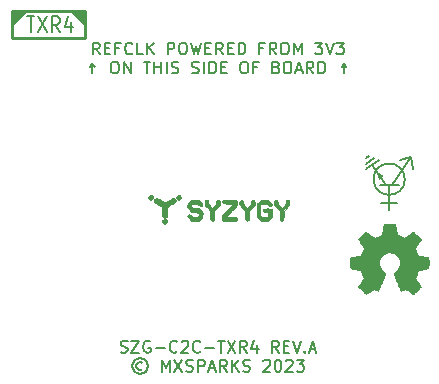
<source format=gbr>
%TF.GenerationSoftware,KiCad,Pcbnew,7.0.2-0*%
%TF.CreationDate,2023-05-25T20:57:36-04:00*%
%TF.ProjectId,szg-c2c-txr4,737a672d-6332-4632-9d74-7872342e6b69,A*%
%TF.SameCoordinates,Original*%
%TF.FileFunction,Legend,Top*%
%TF.FilePolarity,Positive*%
%FSLAX46Y46*%
G04 Gerber Fmt 4.6, Leading zero omitted, Abs format (unit mm)*
G04 Created by KiCad (PCBNEW 7.0.2-0) date 2023-05-25 20:57:36*
%MOMM*%
%LPD*%
G01*
G04 APERTURE LIST*
%ADD10C,0.150000*%
%ADD11C,0.200000*%
%ADD12C,0.010000*%
%ADD13C,0.254000*%
G04 APERTURE END LIST*
D10*
X141976189Y-96402619D02*
X141642856Y-95926428D01*
X141404761Y-96402619D02*
X141404761Y-95402619D01*
X141404761Y-95402619D02*
X141785713Y-95402619D01*
X141785713Y-95402619D02*
X141880951Y-95450238D01*
X141880951Y-95450238D02*
X141928570Y-95497857D01*
X141928570Y-95497857D02*
X141976189Y-95593095D01*
X141976189Y-95593095D02*
X141976189Y-95735952D01*
X141976189Y-95735952D02*
X141928570Y-95831190D01*
X141928570Y-95831190D02*
X141880951Y-95878809D01*
X141880951Y-95878809D02*
X141785713Y-95926428D01*
X141785713Y-95926428D02*
X141404761Y-95926428D01*
X142404761Y-95878809D02*
X142738094Y-95878809D01*
X142880951Y-96402619D02*
X142404761Y-96402619D01*
X142404761Y-96402619D02*
X142404761Y-95402619D01*
X142404761Y-95402619D02*
X142880951Y-95402619D01*
X143642856Y-95878809D02*
X143309523Y-95878809D01*
X143309523Y-96402619D02*
X143309523Y-95402619D01*
X143309523Y-95402619D02*
X143785713Y-95402619D01*
X144738094Y-96307380D02*
X144690475Y-96355000D01*
X144690475Y-96355000D02*
X144547618Y-96402619D01*
X144547618Y-96402619D02*
X144452380Y-96402619D01*
X144452380Y-96402619D02*
X144309523Y-96355000D01*
X144309523Y-96355000D02*
X144214285Y-96259761D01*
X144214285Y-96259761D02*
X144166666Y-96164523D01*
X144166666Y-96164523D02*
X144119047Y-95974047D01*
X144119047Y-95974047D02*
X144119047Y-95831190D01*
X144119047Y-95831190D02*
X144166666Y-95640714D01*
X144166666Y-95640714D02*
X144214285Y-95545476D01*
X144214285Y-95545476D02*
X144309523Y-95450238D01*
X144309523Y-95450238D02*
X144452380Y-95402619D01*
X144452380Y-95402619D02*
X144547618Y-95402619D01*
X144547618Y-95402619D02*
X144690475Y-95450238D01*
X144690475Y-95450238D02*
X144738094Y-95497857D01*
X145642856Y-96402619D02*
X145166666Y-96402619D01*
X145166666Y-96402619D02*
X145166666Y-95402619D01*
X145976190Y-96402619D02*
X145976190Y-95402619D01*
X146547618Y-96402619D02*
X146119047Y-95831190D01*
X146547618Y-95402619D02*
X145976190Y-95974047D01*
X147738095Y-96402619D02*
X147738095Y-95402619D01*
X147738095Y-95402619D02*
X148119047Y-95402619D01*
X148119047Y-95402619D02*
X148214285Y-95450238D01*
X148214285Y-95450238D02*
X148261904Y-95497857D01*
X148261904Y-95497857D02*
X148309523Y-95593095D01*
X148309523Y-95593095D02*
X148309523Y-95735952D01*
X148309523Y-95735952D02*
X148261904Y-95831190D01*
X148261904Y-95831190D02*
X148214285Y-95878809D01*
X148214285Y-95878809D02*
X148119047Y-95926428D01*
X148119047Y-95926428D02*
X147738095Y-95926428D01*
X148928571Y-95402619D02*
X149119047Y-95402619D01*
X149119047Y-95402619D02*
X149214285Y-95450238D01*
X149214285Y-95450238D02*
X149309523Y-95545476D01*
X149309523Y-95545476D02*
X149357142Y-95735952D01*
X149357142Y-95735952D02*
X149357142Y-96069285D01*
X149357142Y-96069285D02*
X149309523Y-96259761D01*
X149309523Y-96259761D02*
X149214285Y-96355000D01*
X149214285Y-96355000D02*
X149119047Y-96402619D01*
X149119047Y-96402619D02*
X148928571Y-96402619D01*
X148928571Y-96402619D02*
X148833333Y-96355000D01*
X148833333Y-96355000D02*
X148738095Y-96259761D01*
X148738095Y-96259761D02*
X148690476Y-96069285D01*
X148690476Y-96069285D02*
X148690476Y-95735952D01*
X148690476Y-95735952D02*
X148738095Y-95545476D01*
X148738095Y-95545476D02*
X148833333Y-95450238D01*
X148833333Y-95450238D02*
X148928571Y-95402619D01*
X149690476Y-95402619D02*
X149928571Y-96402619D01*
X149928571Y-96402619D02*
X150119047Y-95688333D01*
X150119047Y-95688333D02*
X150309523Y-96402619D01*
X150309523Y-96402619D02*
X150547619Y-95402619D01*
X150928571Y-95878809D02*
X151261904Y-95878809D01*
X151404761Y-96402619D02*
X150928571Y-96402619D01*
X150928571Y-96402619D02*
X150928571Y-95402619D01*
X150928571Y-95402619D02*
X151404761Y-95402619D01*
X152404761Y-96402619D02*
X152071428Y-95926428D01*
X151833333Y-96402619D02*
X151833333Y-95402619D01*
X151833333Y-95402619D02*
X152214285Y-95402619D01*
X152214285Y-95402619D02*
X152309523Y-95450238D01*
X152309523Y-95450238D02*
X152357142Y-95497857D01*
X152357142Y-95497857D02*
X152404761Y-95593095D01*
X152404761Y-95593095D02*
X152404761Y-95735952D01*
X152404761Y-95735952D02*
X152357142Y-95831190D01*
X152357142Y-95831190D02*
X152309523Y-95878809D01*
X152309523Y-95878809D02*
X152214285Y-95926428D01*
X152214285Y-95926428D02*
X151833333Y-95926428D01*
X152833333Y-95878809D02*
X153166666Y-95878809D01*
X153309523Y-96402619D02*
X152833333Y-96402619D01*
X152833333Y-96402619D02*
X152833333Y-95402619D01*
X152833333Y-95402619D02*
X153309523Y-95402619D01*
X153738095Y-96402619D02*
X153738095Y-95402619D01*
X153738095Y-95402619D02*
X153976190Y-95402619D01*
X153976190Y-95402619D02*
X154119047Y-95450238D01*
X154119047Y-95450238D02*
X154214285Y-95545476D01*
X154214285Y-95545476D02*
X154261904Y-95640714D01*
X154261904Y-95640714D02*
X154309523Y-95831190D01*
X154309523Y-95831190D02*
X154309523Y-95974047D01*
X154309523Y-95974047D02*
X154261904Y-96164523D01*
X154261904Y-96164523D02*
X154214285Y-96259761D01*
X154214285Y-96259761D02*
X154119047Y-96355000D01*
X154119047Y-96355000D02*
X153976190Y-96402619D01*
X153976190Y-96402619D02*
X153738095Y-96402619D01*
X155833333Y-95878809D02*
X155500000Y-95878809D01*
X155500000Y-96402619D02*
X155500000Y-95402619D01*
X155500000Y-95402619D02*
X155976190Y-95402619D01*
X156928571Y-96402619D02*
X156595238Y-95926428D01*
X156357143Y-96402619D02*
X156357143Y-95402619D01*
X156357143Y-95402619D02*
X156738095Y-95402619D01*
X156738095Y-95402619D02*
X156833333Y-95450238D01*
X156833333Y-95450238D02*
X156880952Y-95497857D01*
X156880952Y-95497857D02*
X156928571Y-95593095D01*
X156928571Y-95593095D02*
X156928571Y-95735952D01*
X156928571Y-95735952D02*
X156880952Y-95831190D01*
X156880952Y-95831190D02*
X156833333Y-95878809D01*
X156833333Y-95878809D02*
X156738095Y-95926428D01*
X156738095Y-95926428D02*
X156357143Y-95926428D01*
X157547619Y-95402619D02*
X157738095Y-95402619D01*
X157738095Y-95402619D02*
X157833333Y-95450238D01*
X157833333Y-95450238D02*
X157928571Y-95545476D01*
X157928571Y-95545476D02*
X157976190Y-95735952D01*
X157976190Y-95735952D02*
X157976190Y-96069285D01*
X157976190Y-96069285D02*
X157928571Y-96259761D01*
X157928571Y-96259761D02*
X157833333Y-96355000D01*
X157833333Y-96355000D02*
X157738095Y-96402619D01*
X157738095Y-96402619D02*
X157547619Y-96402619D01*
X157547619Y-96402619D02*
X157452381Y-96355000D01*
X157452381Y-96355000D02*
X157357143Y-96259761D01*
X157357143Y-96259761D02*
X157309524Y-96069285D01*
X157309524Y-96069285D02*
X157309524Y-95735952D01*
X157309524Y-95735952D02*
X157357143Y-95545476D01*
X157357143Y-95545476D02*
X157452381Y-95450238D01*
X157452381Y-95450238D02*
X157547619Y-95402619D01*
X158404762Y-96402619D02*
X158404762Y-95402619D01*
X158404762Y-95402619D02*
X158738095Y-96116904D01*
X158738095Y-96116904D02*
X159071428Y-95402619D01*
X159071428Y-95402619D02*
X159071428Y-96402619D01*
X160214286Y-95402619D02*
X160833333Y-95402619D01*
X160833333Y-95402619D02*
X160500000Y-95783571D01*
X160500000Y-95783571D02*
X160642857Y-95783571D01*
X160642857Y-95783571D02*
X160738095Y-95831190D01*
X160738095Y-95831190D02*
X160785714Y-95878809D01*
X160785714Y-95878809D02*
X160833333Y-95974047D01*
X160833333Y-95974047D02*
X160833333Y-96212142D01*
X160833333Y-96212142D02*
X160785714Y-96307380D01*
X160785714Y-96307380D02*
X160738095Y-96355000D01*
X160738095Y-96355000D02*
X160642857Y-96402619D01*
X160642857Y-96402619D02*
X160357143Y-96402619D01*
X160357143Y-96402619D02*
X160261905Y-96355000D01*
X160261905Y-96355000D02*
X160214286Y-96307380D01*
X161119048Y-95402619D02*
X161452381Y-96402619D01*
X161452381Y-96402619D02*
X161785714Y-95402619D01*
X162023810Y-95402619D02*
X162642857Y-95402619D01*
X162642857Y-95402619D02*
X162309524Y-95783571D01*
X162309524Y-95783571D02*
X162452381Y-95783571D01*
X162452381Y-95783571D02*
X162547619Y-95831190D01*
X162547619Y-95831190D02*
X162595238Y-95878809D01*
X162595238Y-95878809D02*
X162642857Y-95974047D01*
X162642857Y-95974047D02*
X162642857Y-96212142D01*
X162642857Y-96212142D02*
X162595238Y-96307380D01*
X162595238Y-96307380D02*
X162547619Y-96355000D01*
X162547619Y-96355000D02*
X162452381Y-96402619D01*
X162452381Y-96402619D02*
X162166667Y-96402619D01*
X162166667Y-96402619D02*
X162071429Y-96355000D01*
X162071429Y-96355000D02*
X162023810Y-96307380D01*
X141357142Y-98022619D02*
X141357142Y-97260714D01*
X141166666Y-97451190D02*
X141357142Y-97260714D01*
X141357142Y-97260714D02*
X141547618Y-97451190D01*
X143166666Y-97022619D02*
X143357142Y-97022619D01*
X143357142Y-97022619D02*
X143452380Y-97070238D01*
X143452380Y-97070238D02*
X143547618Y-97165476D01*
X143547618Y-97165476D02*
X143595237Y-97355952D01*
X143595237Y-97355952D02*
X143595237Y-97689285D01*
X143595237Y-97689285D02*
X143547618Y-97879761D01*
X143547618Y-97879761D02*
X143452380Y-97975000D01*
X143452380Y-97975000D02*
X143357142Y-98022619D01*
X143357142Y-98022619D02*
X143166666Y-98022619D01*
X143166666Y-98022619D02*
X143071428Y-97975000D01*
X143071428Y-97975000D02*
X142976190Y-97879761D01*
X142976190Y-97879761D02*
X142928571Y-97689285D01*
X142928571Y-97689285D02*
X142928571Y-97355952D01*
X142928571Y-97355952D02*
X142976190Y-97165476D01*
X142976190Y-97165476D02*
X143071428Y-97070238D01*
X143071428Y-97070238D02*
X143166666Y-97022619D01*
X144023809Y-98022619D02*
X144023809Y-97022619D01*
X144023809Y-97022619D02*
X144595237Y-98022619D01*
X144595237Y-98022619D02*
X144595237Y-97022619D01*
X145690476Y-97022619D02*
X146261904Y-97022619D01*
X145976190Y-98022619D02*
X145976190Y-97022619D01*
X146595238Y-98022619D02*
X146595238Y-97022619D01*
X146595238Y-97498809D02*
X147166666Y-97498809D01*
X147166666Y-98022619D02*
X147166666Y-97022619D01*
X147642857Y-98022619D02*
X147642857Y-97022619D01*
X148071428Y-97975000D02*
X148214285Y-98022619D01*
X148214285Y-98022619D02*
X148452380Y-98022619D01*
X148452380Y-98022619D02*
X148547618Y-97975000D01*
X148547618Y-97975000D02*
X148595237Y-97927380D01*
X148595237Y-97927380D02*
X148642856Y-97832142D01*
X148642856Y-97832142D02*
X148642856Y-97736904D01*
X148642856Y-97736904D02*
X148595237Y-97641666D01*
X148595237Y-97641666D02*
X148547618Y-97594047D01*
X148547618Y-97594047D02*
X148452380Y-97546428D01*
X148452380Y-97546428D02*
X148261904Y-97498809D01*
X148261904Y-97498809D02*
X148166666Y-97451190D01*
X148166666Y-97451190D02*
X148119047Y-97403571D01*
X148119047Y-97403571D02*
X148071428Y-97308333D01*
X148071428Y-97308333D02*
X148071428Y-97213095D01*
X148071428Y-97213095D02*
X148119047Y-97117857D01*
X148119047Y-97117857D02*
X148166666Y-97070238D01*
X148166666Y-97070238D02*
X148261904Y-97022619D01*
X148261904Y-97022619D02*
X148499999Y-97022619D01*
X148499999Y-97022619D02*
X148642856Y-97070238D01*
X149785714Y-97975000D02*
X149928571Y-98022619D01*
X149928571Y-98022619D02*
X150166666Y-98022619D01*
X150166666Y-98022619D02*
X150261904Y-97975000D01*
X150261904Y-97975000D02*
X150309523Y-97927380D01*
X150309523Y-97927380D02*
X150357142Y-97832142D01*
X150357142Y-97832142D02*
X150357142Y-97736904D01*
X150357142Y-97736904D02*
X150309523Y-97641666D01*
X150309523Y-97641666D02*
X150261904Y-97594047D01*
X150261904Y-97594047D02*
X150166666Y-97546428D01*
X150166666Y-97546428D02*
X149976190Y-97498809D01*
X149976190Y-97498809D02*
X149880952Y-97451190D01*
X149880952Y-97451190D02*
X149833333Y-97403571D01*
X149833333Y-97403571D02*
X149785714Y-97308333D01*
X149785714Y-97308333D02*
X149785714Y-97213095D01*
X149785714Y-97213095D02*
X149833333Y-97117857D01*
X149833333Y-97117857D02*
X149880952Y-97070238D01*
X149880952Y-97070238D02*
X149976190Y-97022619D01*
X149976190Y-97022619D02*
X150214285Y-97022619D01*
X150214285Y-97022619D02*
X150357142Y-97070238D01*
X150785714Y-98022619D02*
X150785714Y-97022619D01*
X151261904Y-98022619D02*
X151261904Y-97022619D01*
X151261904Y-97022619D02*
X151499999Y-97022619D01*
X151499999Y-97022619D02*
X151642856Y-97070238D01*
X151642856Y-97070238D02*
X151738094Y-97165476D01*
X151738094Y-97165476D02*
X151785713Y-97260714D01*
X151785713Y-97260714D02*
X151833332Y-97451190D01*
X151833332Y-97451190D02*
X151833332Y-97594047D01*
X151833332Y-97594047D02*
X151785713Y-97784523D01*
X151785713Y-97784523D02*
X151738094Y-97879761D01*
X151738094Y-97879761D02*
X151642856Y-97975000D01*
X151642856Y-97975000D02*
X151499999Y-98022619D01*
X151499999Y-98022619D02*
X151261904Y-98022619D01*
X152261904Y-97498809D02*
X152595237Y-97498809D01*
X152738094Y-98022619D02*
X152261904Y-98022619D01*
X152261904Y-98022619D02*
X152261904Y-97022619D01*
X152261904Y-97022619D02*
X152738094Y-97022619D01*
X154119047Y-97022619D02*
X154309523Y-97022619D01*
X154309523Y-97022619D02*
X154404761Y-97070238D01*
X154404761Y-97070238D02*
X154499999Y-97165476D01*
X154499999Y-97165476D02*
X154547618Y-97355952D01*
X154547618Y-97355952D02*
X154547618Y-97689285D01*
X154547618Y-97689285D02*
X154499999Y-97879761D01*
X154499999Y-97879761D02*
X154404761Y-97975000D01*
X154404761Y-97975000D02*
X154309523Y-98022619D01*
X154309523Y-98022619D02*
X154119047Y-98022619D01*
X154119047Y-98022619D02*
X154023809Y-97975000D01*
X154023809Y-97975000D02*
X153928571Y-97879761D01*
X153928571Y-97879761D02*
X153880952Y-97689285D01*
X153880952Y-97689285D02*
X153880952Y-97355952D01*
X153880952Y-97355952D02*
X153928571Y-97165476D01*
X153928571Y-97165476D02*
X154023809Y-97070238D01*
X154023809Y-97070238D02*
X154119047Y-97022619D01*
X155309523Y-97498809D02*
X154976190Y-97498809D01*
X154976190Y-98022619D02*
X154976190Y-97022619D01*
X154976190Y-97022619D02*
X155452380Y-97022619D01*
X156928571Y-97498809D02*
X157071428Y-97546428D01*
X157071428Y-97546428D02*
X157119047Y-97594047D01*
X157119047Y-97594047D02*
X157166666Y-97689285D01*
X157166666Y-97689285D02*
X157166666Y-97832142D01*
X157166666Y-97832142D02*
X157119047Y-97927380D01*
X157119047Y-97927380D02*
X157071428Y-97975000D01*
X157071428Y-97975000D02*
X156976190Y-98022619D01*
X156976190Y-98022619D02*
X156595238Y-98022619D01*
X156595238Y-98022619D02*
X156595238Y-97022619D01*
X156595238Y-97022619D02*
X156928571Y-97022619D01*
X156928571Y-97022619D02*
X157023809Y-97070238D01*
X157023809Y-97070238D02*
X157071428Y-97117857D01*
X157071428Y-97117857D02*
X157119047Y-97213095D01*
X157119047Y-97213095D02*
X157119047Y-97308333D01*
X157119047Y-97308333D02*
X157071428Y-97403571D01*
X157071428Y-97403571D02*
X157023809Y-97451190D01*
X157023809Y-97451190D02*
X156928571Y-97498809D01*
X156928571Y-97498809D02*
X156595238Y-97498809D01*
X157785714Y-97022619D02*
X157976190Y-97022619D01*
X157976190Y-97022619D02*
X158071428Y-97070238D01*
X158071428Y-97070238D02*
X158166666Y-97165476D01*
X158166666Y-97165476D02*
X158214285Y-97355952D01*
X158214285Y-97355952D02*
X158214285Y-97689285D01*
X158214285Y-97689285D02*
X158166666Y-97879761D01*
X158166666Y-97879761D02*
X158071428Y-97975000D01*
X158071428Y-97975000D02*
X157976190Y-98022619D01*
X157976190Y-98022619D02*
X157785714Y-98022619D01*
X157785714Y-98022619D02*
X157690476Y-97975000D01*
X157690476Y-97975000D02*
X157595238Y-97879761D01*
X157595238Y-97879761D02*
X157547619Y-97689285D01*
X157547619Y-97689285D02*
X157547619Y-97355952D01*
X157547619Y-97355952D02*
X157595238Y-97165476D01*
X157595238Y-97165476D02*
X157690476Y-97070238D01*
X157690476Y-97070238D02*
X157785714Y-97022619D01*
X158595238Y-97736904D02*
X159071428Y-97736904D01*
X158500000Y-98022619D02*
X158833333Y-97022619D01*
X158833333Y-97022619D02*
X159166666Y-98022619D01*
X160071428Y-98022619D02*
X159738095Y-97546428D01*
X159500000Y-98022619D02*
X159500000Y-97022619D01*
X159500000Y-97022619D02*
X159880952Y-97022619D01*
X159880952Y-97022619D02*
X159976190Y-97070238D01*
X159976190Y-97070238D02*
X160023809Y-97117857D01*
X160023809Y-97117857D02*
X160071428Y-97213095D01*
X160071428Y-97213095D02*
X160071428Y-97355952D01*
X160071428Y-97355952D02*
X160023809Y-97451190D01*
X160023809Y-97451190D02*
X159976190Y-97498809D01*
X159976190Y-97498809D02*
X159880952Y-97546428D01*
X159880952Y-97546428D02*
X159500000Y-97546428D01*
X160500000Y-98022619D02*
X160500000Y-97022619D01*
X160500000Y-97022619D02*
X160738095Y-97022619D01*
X160738095Y-97022619D02*
X160880952Y-97070238D01*
X160880952Y-97070238D02*
X160976190Y-97165476D01*
X160976190Y-97165476D02*
X161023809Y-97260714D01*
X161023809Y-97260714D02*
X161071428Y-97451190D01*
X161071428Y-97451190D02*
X161071428Y-97594047D01*
X161071428Y-97594047D02*
X161023809Y-97784523D01*
X161023809Y-97784523D02*
X160976190Y-97879761D01*
X160976190Y-97879761D02*
X160880952Y-97975000D01*
X160880952Y-97975000D02*
X160738095Y-98022619D01*
X160738095Y-98022619D02*
X160500000Y-98022619D01*
X162642857Y-98022619D02*
X162642857Y-97260714D01*
X162452381Y-97451190D02*
X162642857Y-97260714D01*
X162642857Y-97260714D02*
X162833333Y-97451190D01*
X143761905Y-121605000D02*
X143904762Y-121652619D01*
X143904762Y-121652619D02*
X144142857Y-121652619D01*
X144142857Y-121652619D02*
X144238095Y-121605000D01*
X144238095Y-121605000D02*
X144285714Y-121557380D01*
X144285714Y-121557380D02*
X144333333Y-121462142D01*
X144333333Y-121462142D02*
X144333333Y-121366904D01*
X144333333Y-121366904D02*
X144285714Y-121271666D01*
X144285714Y-121271666D02*
X144238095Y-121224047D01*
X144238095Y-121224047D02*
X144142857Y-121176428D01*
X144142857Y-121176428D02*
X143952381Y-121128809D01*
X143952381Y-121128809D02*
X143857143Y-121081190D01*
X143857143Y-121081190D02*
X143809524Y-121033571D01*
X143809524Y-121033571D02*
X143761905Y-120938333D01*
X143761905Y-120938333D02*
X143761905Y-120843095D01*
X143761905Y-120843095D02*
X143809524Y-120747857D01*
X143809524Y-120747857D02*
X143857143Y-120700238D01*
X143857143Y-120700238D02*
X143952381Y-120652619D01*
X143952381Y-120652619D02*
X144190476Y-120652619D01*
X144190476Y-120652619D02*
X144333333Y-120700238D01*
X144666667Y-120652619D02*
X145333333Y-120652619D01*
X145333333Y-120652619D02*
X144666667Y-121652619D01*
X144666667Y-121652619D02*
X145333333Y-121652619D01*
X146238095Y-120700238D02*
X146142857Y-120652619D01*
X146142857Y-120652619D02*
X146000000Y-120652619D01*
X146000000Y-120652619D02*
X145857143Y-120700238D01*
X145857143Y-120700238D02*
X145761905Y-120795476D01*
X145761905Y-120795476D02*
X145714286Y-120890714D01*
X145714286Y-120890714D02*
X145666667Y-121081190D01*
X145666667Y-121081190D02*
X145666667Y-121224047D01*
X145666667Y-121224047D02*
X145714286Y-121414523D01*
X145714286Y-121414523D02*
X145761905Y-121509761D01*
X145761905Y-121509761D02*
X145857143Y-121605000D01*
X145857143Y-121605000D02*
X146000000Y-121652619D01*
X146000000Y-121652619D02*
X146095238Y-121652619D01*
X146095238Y-121652619D02*
X146238095Y-121605000D01*
X146238095Y-121605000D02*
X146285714Y-121557380D01*
X146285714Y-121557380D02*
X146285714Y-121224047D01*
X146285714Y-121224047D02*
X146095238Y-121224047D01*
X146714286Y-121271666D02*
X147476191Y-121271666D01*
X148523809Y-121557380D02*
X148476190Y-121605000D01*
X148476190Y-121605000D02*
X148333333Y-121652619D01*
X148333333Y-121652619D02*
X148238095Y-121652619D01*
X148238095Y-121652619D02*
X148095238Y-121605000D01*
X148095238Y-121605000D02*
X148000000Y-121509761D01*
X148000000Y-121509761D02*
X147952381Y-121414523D01*
X147952381Y-121414523D02*
X147904762Y-121224047D01*
X147904762Y-121224047D02*
X147904762Y-121081190D01*
X147904762Y-121081190D02*
X147952381Y-120890714D01*
X147952381Y-120890714D02*
X148000000Y-120795476D01*
X148000000Y-120795476D02*
X148095238Y-120700238D01*
X148095238Y-120700238D02*
X148238095Y-120652619D01*
X148238095Y-120652619D02*
X148333333Y-120652619D01*
X148333333Y-120652619D02*
X148476190Y-120700238D01*
X148476190Y-120700238D02*
X148523809Y-120747857D01*
X148904762Y-120747857D02*
X148952381Y-120700238D01*
X148952381Y-120700238D02*
X149047619Y-120652619D01*
X149047619Y-120652619D02*
X149285714Y-120652619D01*
X149285714Y-120652619D02*
X149380952Y-120700238D01*
X149380952Y-120700238D02*
X149428571Y-120747857D01*
X149428571Y-120747857D02*
X149476190Y-120843095D01*
X149476190Y-120843095D02*
X149476190Y-120938333D01*
X149476190Y-120938333D02*
X149428571Y-121081190D01*
X149428571Y-121081190D02*
X148857143Y-121652619D01*
X148857143Y-121652619D02*
X149476190Y-121652619D01*
X150476190Y-121557380D02*
X150428571Y-121605000D01*
X150428571Y-121605000D02*
X150285714Y-121652619D01*
X150285714Y-121652619D02*
X150190476Y-121652619D01*
X150190476Y-121652619D02*
X150047619Y-121605000D01*
X150047619Y-121605000D02*
X149952381Y-121509761D01*
X149952381Y-121509761D02*
X149904762Y-121414523D01*
X149904762Y-121414523D02*
X149857143Y-121224047D01*
X149857143Y-121224047D02*
X149857143Y-121081190D01*
X149857143Y-121081190D02*
X149904762Y-120890714D01*
X149904762Y-120890714D02*
X149952381Y-120795476D01*
X149952381Y-120795476D02*
X150047619Y-120700238D01*
X150047619Y-120700238D02*
X150190476Y-120652619D01*
X150190476Y-120652619D02*
X150285714Y-120652619D01*
X150285714Y-120652619D02*
X150428571Y-120700238D01*
X150428571Y-120700238D02*
X150476190Y-120747857D01*
X150904762Y-121271666D02*
X151666667Y-121271666D01*
X152000000Y-120652619D02*
X152571428Y-120652619D01*
X152285714Y-121652619D02*
X152285714Y-120652619D01*
X152809524Y-120652619D02*
X153476190Y-121652619D01*
X153476190Y-120652619D02*
X152809524Y-121652619D01*
X154428571Y-121652619D02*
X154095238Y-121176428D01*
X153857143Y-121652619D02*
X153857143Y-120652619D01*
X153857143Y-120652619D02*
X154238095Y-120652619D01*
X154238095Y-120652619D02*
X154333333Y-120700238D01*
X154333333Y-120700238D02*
X154380952Y-120747857D01*
X154380952Y-120747857D02*
X154428571Y-120843095D01*
X154428571Y-120843095D02*
X154428571Y-120985952D01*
X154428571Y-120985952D02*
X154380952Y-121081190D01*
X154380952Y-121081190D02*
X154333333Y-121128809D01*
X154333333Y-121128809D02*
X154238095Y-121176428D01*
X154238095Y-121176428D02*
X153857143Y-121176428D01*
X155285714Y-120985952D02*
X155285714Y-121652619D01*
X155047619Y-120605000D02*
X154809524Y-121319285D01*
X154809524Y-121319285D02*
X155428571Y-121319285D01*
X157142857Y-121652619D02*
X156809524Y-121176428D01*
X156571429Y-121652619D02*
X156571429Y-120652619D01*
X156571429Y-120652619D02*
X156952381Y-120652619D01*
X156952381Y-120652619D02*
X157047619Y-120700238D01*
X157047619Y-120700238D02*
X157095238Y-120747857D01*
X157095238Y-120747857D02*
X157142857Y-120843095D01*
X157142857Y-120843095D02*
X157142857Y-120985952D01*
X157142857Y-120985952D02*
X157095238Y-121081190D01*
X157095238Y-121081190D02*
X157047619Y-121128809D01*
X157047619Y-121128809D02*
X156952381Y-121176428D01*
X156952381Y-121176428D02*
X156571429Y-121176428D01*
X157571429Y-121128809D02*
X157904762Y-121128809D01*
X158047619Y-121652619D02*
X157571429Y-121652619D01*
X157571429Y-121652619D02*
X157571429Y-120652619D01*
X157571429Y-120652619D02*
X158047619Y-120652619D01*
X158333334Y-120652619D02*
X158666667Y-121652619D01*
X158666667Y-121652619D02*
X159000000Y-120652619D01*
X159333334Y-121557380D02*
X159380953Y-121605000D01*
X159380953Y-121605000D02*
X159333334Y-121652619D01*
X159333334Y-121652619D02*
X159285715Y-121605000D01*
X159285715Y-121605000D02*
X159333334Y-121557380D01*
X159333334Y-121557380D02*
X159333334Y-121652619D01*
X159761905Y-121366904D02*
X160238095Y-121366904D01*
X159666667Y-121652619D02*
X160000000Y-120652619D01*
X160000000Y-120652619D02*
X160333333Y-121652619D01*
X145595238Y-122510714D02*
X145499999Y-122463095D01*
X145499999Y-122463095D02*
X145309523Y-122463095D01*
X145309523Y-122463095D02*
X145214285Y-122510714D01*
X145214285Y-122510714D02*
X145119047Y-122605952D01*
X145119047Y-122605952D02*
X145071428Y-122701190D01*
X145071428Y-122701190D02*
X145071428Y-122891666D01*
X145071428Y-122891666D02*
X145119047Y-122986904D01*
X145119047Y-122986904D02*
X145214285Y-123082142D01*
X145214285Y-123082142D02*
X145309523Y-123129761D01*
X145309523Y-123129761D02*
X145499999Y-123129761D01*
X145499999Y-123129761D02*
X145595238Y-123082142D01*
X145404761Y-122129761D02*
X145166666Y-122177380D01*
X145166666Y-122177380D02*
X144928571Y-122320238D01*
X144928571Y-122320238D02*
X144785714Y-122558333D01*
X144785714Y-122558333D02*
X144738095Y-122796428D01*
X144738095Y-122796428D02*
X144785714Y-123034523D01*
X144785714Y-123034523D02*
X144928571Y-123272619D01*
X144928571Y-123272619D02*
X145166666Y-123415476D01*
X145166666Y-123415476D02*
X145404761Y-123463095D01*
X145404761Y-123463095D02*
X145642857Y-123415476D01*
X145642857Y-123415476D02*
X145880952Y-123272619D01*
X145880952Y-123272619D02*
X146023809Y-123034523D01*
X146023809Y-123034523D02*
X146071428Y-122796428D01*
X146071428Y-122796428D02*
X146023809Y-122558333D01*
X146023809Y-122558333D02*
X145880952Y-122320238D01*
X145880952Y-122320238D02*
X145642857Y-122177380D01*
X145642857Y-122177380D02*
X145404761Y-122129761D01*
X147261905Y-123272619D02*
X147261905Y-122272619D01*
X147261905Y-122272619D02*
X147595238Y-122986904D01*
X147595238Y-122986904D02*
X147928571Y-122272619D01*
X147928571Y-122272619D02*
X147928571Y-123272619D01*
X148309524Y-122272619D02*
X148976190Y-123272619D01*
X148976190Y-122272619D02*
X148309524Y-123272619D01*
X149309524Y-123225000D02*
X149452381Y-123272619D01*
X149452381Y-123272619D02*
X149690476Y-123272619D01*
X149690476Y-123272619D02*
X149785714Y-123225000D01*
X149785714Y-123225000D02*
X149833333Y-123177380D01*
X149833333Y-123177380D02*
X149880952Y-123082142D01*
X149880952Y-123082142D02*
X149880952Y-122986904D01*
X149880952Y-122986904D02*
X149833333Y-122891666D01*
X149833333Y-122891666D02*
X149785714Y-122844047D01*
X149785714Y-122844047D02*
X149690476Y-122796428D01*
X149690476Y-122796428D02*
X149500000Y-122748809D01*
X149500000Y-122748809D02*
X149404762Y-122701190D01*
X149404762Y-122701190D02*
X149357143Y-122653571D01*
X149357143Y-122653571D02*
X149309524Y-122558333D01*
X149309524Y-122558333D02*
X149309524Y-122463095D01*
X149309524Y-122463095D02*
X149357143Y-122367857D01*
X149357143Y-122367857D02*
X149404762Y-122320238D01*
X149404762Y-122320238D02*
X149500000Y-122272619D01*
X149500000Y-122272619D02*
X149738095Y-122272619D01*
X149738095Y-122272619D02*
X149880952Y-122320238D01*
X150309524Y-123272619D02*
X150309524Y-122272619D01*
X150309524Y-122272619D02*
X150690476Y-122272619D01*
X150690476Y-122272619D02*
X150785714Y-122320238D01*
X150785714Y-122320238D02*
X150833333Y-122367857D01*
X150833333Y-122367857D02*
X150880952Y-122463095D01*
X150880952Y-122463095D02*
X150880952Y-122605952D01*
X150880952Y-122605952D02*
X150833333Y-122701190D01*
X150833333Y-122701190D02*
X150785714Y-122748809D01*
X150785714Y-122748809D02*
X150690476Y-122796428D01*
X150690476Y-122796428D02*
X150309524Y-122796428D01*
X151261905Y-122986904D02*
X151738095Y-122986904D01*
X151166667Y-123272619D02*
X151500000Y-122272619D01*
X151500000Y-122272619D02*
X151833333Y-123272619D01*
X152738095Y-123272619D02*
X152404762Y-122796428D01*
X152166667Y-123272619D02*
X152166667Y-122272619D01*
X152166667Y-122272619D02*
X152547619Y-122272619D01*
X152547619Y-122272619D02*
X152642857Y-122320238D01*
X152642857Y-122320238D02*
X152690476Y-122367857D01*
X152690476Y-122367857D02*
X152738095Y-122463095D01*
X152738095Y-122463095D02*
X152738095Y-122605952D01*
X152738095Y-122605952D02*
X152690476Y-122701190D01*
X152690476Y-122701190D02*
X152642857Y-122748809D01*
X152642857Y-122748809D02*
X152547619Y-122796428D01*
X152547619Y-122796428D02*
X152166667Y-122796428D01*
X153166667Y-123272619D02*
X153166667Y-122272619D01*
X153738095Y-123272619D02*
X153309524Y-122701190D01*
X153738095Y-122272619D02*
X153166667Y-122844047D01*
X154119048Y-123225000D02*
X154261905Y-123272619D01*
X154261905Y-123272619D02*
X154500000Y-123272619D01*
X154500000Y-123272619D02*
X154595238Y-123225000D01*
X154595238Y-123225000D02*
X154642857Y-123177380D01*
X154642857Y-123177380D02*
X154690476Y-123082142D01*
X154690476Y-123082142D02*
X154690476Y-122986904D01*
X154690476Y-122986904D02*
X154642857Y-122891666D01*
X154642857Y-122891666D02*
X154595238Y-122844047D01*
X154595238Y-122844047D02*
X154500000Y-122796428D01*
X154500000Y-122796428D02*
X154309524Y-122748809D01*
X154309524Y-122748809D02*
X154214286Y-122701190D01*
X154214286Y-122701190D02*
X154166667Y-122653571D01*
X154166667Y-122653571D02*
X154119048Y-122558333D01*
X154119048Y-122558333D02*
X154119048Y-122463095D01*
X154119048Y-122463095D02*
X154166667Y-122367857D01*
X154166667Y-122367857D02*
X154214286Y-122320238D01*
X154214286Y-122320238D02*
X154309524Y-122272619D01*
X154309524Y-122272619D02*
X154547619Y-122272619D01*
X154547619Y-122272619D02*
X154690476Y-122320238D01*
X155833334Y-122367857D02*
X155880953Y-122320238D01*
X155880953Y-122320238D02*
X155976191Y-122272619D01*
X155976191Y-122272619D02*
X156214286Y-122272619D01*
X156214286Y-122272619D02*
X156309524Y-122320238D01*
X156309524Y-122320238D02*
X156357143Y-122367857D01*
X156357143Y-122367857D02*
X156404762Y-122463095D01*
X156404762Y-122463095D02*
X156404762Y-122558333D01*
X156404762Y-122558333D02*
X156357143Y-122701190D01*
X156357143Y-122701190D02*
X155785715Y-123272619D01*
X155785715Y-123272619D02*
X156404762Y-123272619D01*
X157023810Y-122272619D02*
X157119048Y-122272619D01*
X157119048Y-122272619D02*
X157214286Y-122320238D01*
X157214286Y-122320238D02*
X157261905Y-122367857D01*
X157261905Y-122367857D02*
X157309524Y-122463095D01*
X157309524Y-122463095D02*
X157357143Y-122653571D01*
X157357143Y-122653571D02*
X157357143Y-122891666D01*
X157357143Y-122891666D02*
X157309524Y-123082142D01*
X157309524Y-123082142D02*
X157261905Y-123177380D01*
X157261905Y-123177380D02*
X157214286Y-123225000D01*
X157214286Y-123225000D02*
X157119048Y-123272619D01*
X157119048Y-123272619D02*
X157023810Y-123272619D01*
X157023810Y-123272619D02*
X156928572Y-123225000D01*
X156928572Y-123225000D02*
X156880953Y-123177380D01*
X156880953Y-123177380D02*
X156833334Y-123082142D01*
X156833334Y-123082142D02*
X156785715Y-122891666D01*
X156785715Y-122891666D02*
X156785715Y-122653571D01*
X156785715Y-122653571D02*
X156833334Y-122463095D01*
X156833334Y-122463095D02*
X156880953Y-122367857D01*
X156880953Y-122367857D02*
X156928572Y-122320238D01*
X156928572Y-122320238D02*
X157023810Y-122272619D01*
X157738096Y-122367857D02*
X157785715Y-122320238D01*
X157785715Y-122320238D02*
X157880953Y-122272619D01*
X157880953Y-122272619D02*
X158119048Y-122272619D01*
X158119048Y-122272619D02*
X158214286Y-122320238D01*
X158214286Y-122320238D02*
X158261905Y-122367857D01*
X158261905Y-122367857D02*
X158309524Y-122463095D01*
X158309524Y-122463095D02*
X158309524Y-122558333D01*
X158309524Y-122558333D02*
X158261905Y-122701190D01*
X158261905Y-122701190D02*
X157690477Y-123272619D01*
X157690477Y-123272619D02*
X158309524Y-123272619D01*
X158642858Y-122272619D02*
X159261905Y-122272619D01*
X159261905Y-122272619D02*
X158928572Y-122653571D01*
X158928572Y-122653571D02*
X159071429Y-122653571D01*
X159071429Y-122653571D02*
X159166667Y-122701190D01*
X159166667Y-122701190D02*
X159214286Y-122748809D01*
X159214286Y-122748809D02*
X159261905Y-122844047D01*
X159261905Y-122844047D02*
X159261905Y-123082142D01*
X159261905Y-123082142D02*
X159214286Y-123177380D01*
X159214286Y-123177380D02*
X159166667Y-123225000D01*
X159166667Y-123225000D02*
X159071429Y-123272619D01*
X159071429Y-123272619D02*
X158785715Y-123272619D01*
X158785715Y-123272619D02*
X158690477Y-123225000D01*
X158690477Y-123225000D02*
X158642858Y-123177380D01*
D11*
%TO.C,G\u002A\u002A*%
X135794403Y-93197583D02*
X136451546Y-93197583D01*
X136122975Y-94497583D02*
X136122975Y-93197583D01*
X136725355Y-93197583D02*
X137492022Y-94497583D01*
X137492022Y-93197583D02*
X136725355Y-94497583D01*
X138587260Y-94497583D02*
X138203927Y-93878536D01*
X137930117Y-94497583D02*
X137930117Y-93197583D01*
X137930117Y-93197583D02*
X138368212Y-93197583D01*
X138368212Y-93197583D02*
X138477736Y-93259488D01*
X138477736Y-93259488D02*
X138532498Y-93321393D01*
X138532498Y-93321393D02*
X138587260Y-93445202D01*
X138587260Y-93445202D02*
X138587260Y-93630917D01*
X138587260Y-93630917D02*
X138532498Y-93754726D01*
X138532498Y-93754726D02*
X138477736Y-93816631D01*
X138477736Y-93816631D02*
X138368212Y-93878536D01*
X138368212Y-93878536D02*
X137930117Y-93878536D01*
X139572974Y-93630917D02*
X139572974Y-94497583D01*
X139299165Y-93135679D02*
X139025355Y-94064250D01*
X139025355Y-94064250D02*
X139737260Y-94064250D01*
D10*
X164765625Y-105030565D02*
X164501042Y-105206936D01*
X165162500Y-105217969D02*
X164501042Y-105647917D01*
X165592448Y-105383334D02*
X164501042Y-106110938D01*
X165823959Y-108955209D02*
X167146875Y-108955209D01*
X166220834Y-107500000D02*
X165046745Y-105747136D01*
X166485417Y-107500000D02*
X166485417Y-109616667D01*
X166750000Y-107500000D02*
X168337500Y-105118751D01*
X167279167Y-107500000D02*
X165691667Y-107500000D01*
X168337500Y-105118751D02*
X167378386Y-105383334D01*
X168469792Y-106110938D02*
X168337500Y-105118751D01*
X167808625Y-106970565D02*
G75*
G03*
X167808625Y-106970565I-1323000J0D01*
G01*
G36*
X166022396Y-106739323D02*
G01*
X165592448Y-107036980D01*
X165460157Y-106358985D01*
X166022396Y-106739323D01*
G37*
%TO.C,REF\u002A\u002A*%
D12*
X167055814Y-111218931D02*
X167139635Y-111663555D01*
X167448920Y-111791053D01*
X167758206Y-111918551D01*
X168129246Y-111666246D01*
X168233157Y-111595996D01*
X168327087Y-111533272D01*
X168406652Y-111480938D01*
X168467470Y-111441857D01*
X168505157Y-111418893D01*
X168515421Y-111413942D01*
X168533910Y-111426676D01*
X168573420Y-111461882D01*
X168629522Y-111515062D01*
X168697787Y-111581718D01*
X168773786Y-111657354D01*
X168853092Y-111737472D01*
X168931275Y-111817574D01*
X169003907Y-111893164D01*
X169066559Y-111959745D01*
X169114803Y-112012818D01*
X169144210Y-112047887D01*
X169151241Y-112059623D01*
X169141123Y-112081260D01*
X169112759Y-112128662D01*
X169069129Y-112197193D01*
X169013218Y-112282215D01*
X168948006Y-112379093D01*
X168910219Y-112434350D01*
X168841343Y-112535248D01*
X168780140Y-112626299D01*
X168729578Y-112702970D01*
X168692628Y-112760728D01*
X168672258Y-112795043D01*
X168669197Y-112802254D01*
X168676136Y-112822748D01*
X168695051Y-112870513D01*
X168723087Y-112938832D01*
X168757391Y-113020989D01*
X168795109Y-113110270D01*
X168833387Y-113199958D01*
X168869370Y-113283338D01*
X168900206Y-113353694D01*
X168923039Y-113404310D01*
X168935017Y-113428471D01*
X168935724Y-113429422D01*
X168954531Y-113434036D01*
X169004618Y-113444328D01*
X169080793Y-113459287D01*
X169177865Y-113477901D01*
X169290643Y-113499159D01*
X169356442Y-113511418D01*
X169476950Y-113534362D01*
X169585797Y-113556195D01*
X169677476Y-113575722D01*
X169746481Y-113591748D01*
X169787304Y-113603079D01*
X169795511Y-113606674D01*
X169803548Y-113631006D01*
X169810033Y-113685959D01*
X169814970Y-113765108D01*
X169818364Y-113862026D01*
X169820218Y-113970287D01*
X169820538Y-114083465D01*
X169819327Y-114195135D01*
X169816590Y-114298868D01*
X169812331Y-114388241D01*
X169806555Y-114456826D01*
X169799267Y-114498197D01*
X169794895Y-114506810D01*
X169768764Y-114517133D01*
X169713393Y-114531892D01*
X169636107Y-114549352D01*
X169544230Y-114567780D01*
X169512158Y-114573741D01*
X169357524Y-114602066D01*
X169235375Y-114624876D01*
X169141673Y-114643080D01*
X169072384Y-114657583D01*
X169023471Y-114669292D01*
X168990897Y-114679115D01*
X168970628Y-114687956D01*
X168958626Y-114696724D01*
X168956947Y-114698457D01*
X168940184Y-114726371D01*
X168914614Y-114780695D01*
X168882788Y-114854777D01*
X168847260Y-114941965D01*
X168810583Y-115035608D01*
X168775311Y-115129052D01*
X168743996Y-115215647D01*
X168719193Y-115288740D01*
X168703454Y-115341678D01*
X168699332Y-115367811D01*
X168699676Y-115368726D01*
X168713641Y-115390086D01*
X168745322Y-115437084D01*
X168791391Y-115504827D01*
X168848518Y-115588423D01*
X168913373Y-115682982D01*
X168931843Y-115709854D01*
X168997699Y-115807275D01*
X169055650Y-115896163D01*
X169102538Y-115971412D01*
X169135207Y-116027920D01*
X169150500Y-116060581D01*
X169151241Y-116064593D01*
X169138392Y-116085684D01*
X169102888Y-116127464D01*
X169049293Y-116185445D01*
X168982171Y-116255135D01*
X168906087Y-116332045D01*
X168825604Y-116411683D01*
X168745287Y-116489561D01*
X168669699Y-116561186D01*
X168603405Y-116622070D01*
X168550969Y-116667721D01*
X168516955Y-116693650D01*
X168507545Y-116697883D01*
X168485643Y-116687912D01*
X168440800Y-116661020D01*
X168380321Y-116621736D01*
X168333789Y-116590117D01*
X168249475Y-116532098D01*
X168149626Y-116463784D01*
X168049473Y-116395579D01*
X167995627Y-116359075D01*
X167813371Y-116235800D01*
X167660381Y-116318520D01*
X167590682Y-116354759D01*
X167531414Y-116382926D01*
X167491311Y-116398991D01*
X167481103Y-116401226D01*
X167468829Y-116384722D01*
X167444613Y-116338082D01*
X167410263Y-116265609D01*
X167367588Y-116171606D01*
X167318394Y-116060374D01*
X167264490Y-115936215D01*
X167207684Y-115803432D01*
X167149782Y-115666327D01*
X167092593Y-115529202D01*
X167037924Y-115396358D01*
X166987584Y-115272098D01*
X166943380Y-115160725D01*
X166907119Y-115066539D01*
X166880609Y-114993844D01*
X166865658Y-114946941D01*
X166863254Y-114930833D01*
X166882311Y-114910286D01*
X166924036Y-114876933D01*
X166979706Y-114837702D01*
X166984378Y-114834599D01*
X167128264Y-114719423D01*
X167244283Y-114585053D01*
X167331430Y-114435784D01*
X167388699Y-114275913D01*
X167415086Y-114109737D01*
X167409585Y-113941552D01*
X167371190Y-113775655D01*
X167298895Y-113616342D01*
X167277626Y-113581487D01*
X167166996Y-113440737D01*
X167036302Y-113327714D01*
X166890064Y-113243003D01*
X166732808Y-113187194D01*
X166569057Y-113160874D01*
X166403333Y-113164630D01*
X166240162Y-113199050D01*
X166084065Y-113264723D01*
X165939567Y-113362235D01*
X165894869Y-113401813D01*
X165781112Y-113525703D01*
X165698218Y-113656124D01*
X165641356Y-113802315D01*
X165609687Y-113947088D01*
X165601869Y-114109860D01*
X165627938Y-114273440D01*
X165685245Y-114432298D01*
X165771144Y-114580906D01*
X165882986Y-114713735D01*
X166018123Y-114825256D01*
X166035883Y-114837011D01*
X166092150Y-114875508D01*
X166134923Y-114908863D01*
X166155372Y-114930160D01*
X166155669Y-114930833D01*
X166151279Y-114953871D01*
X166133876Y-115006157D01*
X166105268Y-115083390D01*
X166067265Y-115181268D01*
X166021674Y-115295491D01*
X165970303Y-115421758D01*
X165914962Y-115555767D01*
X165857458Y-115693218D01*
X165799601Y-115829808D01*
X165743198Y-115961237D01*
X165690058Y-116083205D01*
X165641990Y-116191409D01*
X165600801Y-116281549D01*
X165568301Y-116349323D01*
X165546297Y-116390430D01*
X165537436Y-116401226D01*
X165510360Y-116392819D01*
X165459697Y-116370272D01*
X165394183Y-116337613D01*
X165358159Y-116318520D01*
X165205168Y-116235800D01*
X165022912Y-116359075D01*
X164929875Y-116422228D01*
X164828015Y-116491727D01*
X164732562Y-116557165D01*
X164684750Y-116590117D01*
X164617505Y-116635273D01*
X164560564Y-116671057D01*
X164521354Y-116692938D01*
X164508619Y-116697563D01*
X164490083Y-116685085D01*
X164449059Y-116650252D01*
X164389525Y-116596678D01*
X164315458Y-116527983D01*
X164230835Y-116447781D01*
X164177315Y-116396286D01*
X164083681Y-116304286D01*
X164002759Y-116221999D01*
X163937823Y-116152945D01*
X163892142Y-116100644D01*
X163868989Y-116068616D01*
X163866768Y-116062116D01*
X163877076Y-116037394D01*
X163905561Y-115987405D01*
X163949063Y-115917212D01*
X164004423Y-115831875D01*
X164068480Y-115736456D01*
X164086697Y-115709854D01*
X164153073Y-115613167D01*
X164212622Y-115526117D01*
X164262016Y-115453595D01*
X164297925Y-115400493D01*
X164317019Y-115371703D01*
X164318864Y-115368726D01*
X164316105Y-115345782D01*
X164301462Y-115295336D01*
X164277487Y-115224041D01*
X164246734Y-115138547D01*
X164211756Y-115045507D01*
X164175107Y-114951574D01*
X164139339Y-114863399D01*
X164107006Y-114787634D01*
X164080662Y-114730931D01*
X164062858Y-114699943D01*
X164061593Y-114698457D01*
X164050706Y-114689601D01*
X164032318Y-114680843D01*
X164002394Y-114671277D01*
X163956897Y-114659996D01*
X163891791Y-114646093D01*
X163803039Y-114628663D01*
X163686607Y-114606798D01*
X163538458Y-114579591D01*
X163506382Y-114573741D01*
X163411314Y-114555374D01*
X163328435Y-114537405D01*
X163265070Y-114521569D01*
X163228542Y-114509600D01*
X163223644Y-114506810D01*
X163215573Y-114482072D01*
X163209013Y-114426790D01*
X163203967Y-114347389D01*
X163200441Y-114250296D01*
X163198439Y-114141938D01*
X163197964Y-114028740D01*
X163199023Y-113917128D01*
X163201618Y-113813529D01*
X163205754Y-113724368D01*
X163211437Y-113656072D01*
X163218669Y-113615066D01*
X163223029Y-113606674D01*
X163247302Y-113598208D01*
X163302574Y-113584435D01*
X163383338Y-113566550D01*
X163484088Y-113545748D01*
X163599317Y-113523223D01*
X163662098Y-113511418D01*
X163781213Y-113489151D01*
X163887435Y-113468979D01*
X163975573Y-113451915D01*
X164040434Y-113438969D01*
X164076826Y-113431155D01*
X164082816Y-113429422D01*
X164092939Y-113409890D01*
X164114338Y-113362843D01*
X164144161Y-113295003D01*
X164179555Y-113213091D01*
X164217668Y-113123828D01*
X164255647Y-113033935D01*
X164290640Y-112950135D01*
X164319794Y-112879147D01*
X164340257Y-112827694D01*
X164349177Y-112802497D01*
X164349343Y-112801396D01*
X164339231Y-112781519D01*
X164310883Y-112735777D01*
X164267277Y-112668717D01*
X164211394Y-112584884D01*
X164146213Y-112488826D01*
X164108321Y-112433650D01*
X164039275Y-112332481D01*
X163977950Y-112240630D01*
X163927337Y-112162744D01*
X163890429Y-112103469D01*
X163870218Y-112067451D01*
X163867299Y-112059377D01*
X163879847Y-112040584D01*
X163914537Y-112000457D01*
X163966937Y-111943493D01*
X164032616Y-111874185D01*
X164107144Y-111797031D01*
X164186087Y-111716525D01*
X164265017Y-111637163D01*
X164339500Y-111563440D01*
X164405106Y-111499852D01*
X164457404Y-111450894D01*
X164491961Y-111421061D01*
X164503522Y-111413942D01*
X164522346Y-111423953D01*
X164567369Y-111452078D01*
X164634213Y-111495454D01*
X164718501Y-111551218D01*
X164815856Y-111616506D01*
X164889293Y-111666246D01*
X165260333Y-111918551D01*
X165878905Y-111663555D01*
X165962725Y-111218931D01*
X166046546Y-110774307D01*
X166971994Y-110774307D01*
X167055814Y-111218931D01*
G36*
X167055814Y-111218931D02*
G01*
X167139635Y-111663555D01*
X167448920Y-111791053D01*
X167758206Y-111918551D01*
X168129246Y-111666246D01*
X168233157Y-111595996D01*
X168327087Y-111533272D01*
X168406652Y-111480938D01*
X168467470Y-111441857D01*
X168505157Y-111418893D01*
X168515421Y-111413942D01*
X168533910Y-111426676D01*
X168573420Y-111461882D01*
X168629522Y-111515062D01*
X168697787Y-111581718D01*
X168773786Y-111657354D01*
X168853092Y-111737472D01*
X168931275Y-111817574D01*
X169003907Y-111893164D01*
X169066559Y-111959745D01*
X169114803Y-112012818D01*
X169144210Y-112047887D01*
X169151241Y-112059623D01*
X169141123Y-112081260D01*
X169112759Y-112128662D01*
X169069129Y-112197193D01*
X169013218Y-112282215D01*
X168948006Y-112379093D01*
X168910219Y-112434350D01*
X168841343Y-112535248D01*
X168780140Y-112626299D01*
X168729578Y-112702970D01*
X168692628Y-112760728D01*
X168672258Y-112795043D01*
X168669197Y-112802254D01*
X168676136Y-112822748D01*
X168695051Y-112870513D01*
X168723087Y-112938832D01*
X168757391Y-113020989D01*
X168795109Y-113110270D01*
X168833387Y-113199958D01*
X168869370Y-113283338D01*
X168900206Y-113353694D01*
X168923039Y-113404310D01*
X168935017Y-113428471D01*
X168935724Y-113429422D01*
X168954531Y-113434036D01*
X169004618Y-113444328D01*
X169080793Y-113459287D01*
X169177865Y-113477901D01*
X169290643Y-113499159D01*
X169356442Y-113511418D01*
X169476950Y-113534362D01*
X169585797Y-113556195D01*
X169677476Y-113575722D01*
X169746481Y-113591748D01*
X169787304Y-113603079D01*
X169795511Y-113606674D01*
X169803548Y-113631006D01*
X169810033Y-113685959D01*
X169814970Y-113765108D01*
X169818364Y-113862026D01*
X169820218Y-113970287D01*
X169820538Y-114083465D01*
X169819327Y-114195135D01*
X169816590Y-114298868D01*
X169812331Y-114388241D01*
X169806555Y-114456826D01*
X169799267Y-114498197D01*
X169794895Y-114506810D01*
X169768764Y-114517133D01*
X169713393Y-114531892D01*
X169636107Y-114549352D01*
X169544230Y-114567780D01*
X169512158Y-114573741D01*
X169357524Y-114602066D01*
X169235375Y-114624876D01*
X169141673Y-114643080D01*
X169072384Y-114657583D01*
X169023471Y-114669292D01*
X168990897Y-114679115D01*
X168970628Y-114687956D01*
X168958626Y-114696724D01*
X168956947Y-114698457D01*
X168940184Y-114726371D01*
X168914614Y-114780695D01*
X168882788Y-114854777D01*
X168847260Y-114941965D01*
X168810583Y-115035608D01*
X168775311Y-115129052D01*
X168743996Y-115215647D01*
X168719193Y-115288740D01*
X168703454Y-115341678D01*
X168699332Y-115367811D01*
X168699676Y-115368726D01*
X168713641Y-115390086D01*
X168745322Y-115437084D01*
X168791391Y-115504827D01*
X168848518Y-115588423D01*
X168913373Y-115682982D01*
X168931843Y-115709854D01*
X168997699Y-115807275D01*
X169055650Y-115896163D01*
X169102538Y-115971412D01*
X169135207Y-116027920D01*
X169150500Y-116060581D01*
X169151241Y-116064593D01*
X169138392Y-116085684D01*
X169102888Y-116127464D01*
X169049293Y-116185445D01*
X168982171Y-116255135D01*
X168906087Y-116332045D01*
X168825604Y-116411683D01*
X168745287Y-116489561D01*
X168669699Y-116561186D01*
X168603405Y-116622070D01*
X168550969Y-116667721D01*
X168516955Y-116693650D01*
X168507545Y-116697883D01*
X168485643Y-116687912D01*
X168440800Y-116661020D01*
X168380321Y-116621736D01*
X168333789Y-116590117D01*
X168249475Y-116532098D01*
X168149626Y-116463784D01*
X168049473Y-116395579D01*
X167995627Y-116359075D01*
X167813371Y-116235800D01*
X167660381Y-116318520D01*
X167590682Y-116354759D01*
X167531414Y-116382926D01*
X167491311Y-116398991D01*
X167481103Y-116401226D01*
X167468829Y-116384722D01*
X167444613Y-116338082D01*
X167410263Y-116265609D01*
X167367588Y-116171606D01*
X167318394Y-116060374D01*
X167264490Y-115936215D01*
X167207684Y-115803432D01*
X167149782Y-115666327D01*
X167092593Y-115529202D01*
X167037924Y-115396358D01*
X166987584Y-115272098D01*
X166943380Y-115160725D01*
X166907119Y-115066539D01*
X166880609Y-114993844D01*
X166865658Y-114946941D01*
X166863254Y-114930833D01*
X166882311Y-114910286D01*
X166924036Y-114876933D01*
X166979706Y-114837702D01*
X166984378Y-114834599D01*
X167128264Y-114719423D01*
X167244283Y-114585053D01*
X167331430Y-114435784D01*
X167388699Y-114275913D01*
X167415086Y-114109737D01*
X167409585Y-113941552D01*
X167371190Y-113775655D01*
X167298895Y-113616342D01*
X167277626Y-113581487D01*
X167166996Y-113440737D01*
X167036302Y-113327714D01*
X166890064Y-113243003D01*
X166732808Y-113187194D01*
X166569057Y-113160874D01*
X166403333Y-113164630D01*
X166240162Y-113199050D01*
X166084065Y-113264723D01*
X165939567Y-113362235D01*
X165894869Y-113401813D01*
X165781112Y-113525703D01*
X165698218Y-113656124D01*
X165641356Y-113802315D01*
X165609687Y-113947088D01*
X165601869Y-114109860D01*
X165627938Y-114273440D01*
X165685245Y-114432298D01*
X165771144Y-114580906D01*
X165882986Y-114713735D01*
X166018123Y-114825256D01*
X166035883Y-114837011D01*
X166092150Y-114875508D01*
X166134923Y-114908863D01*
X166155372Y-114930160D01*
X166155669Y-114930833D01*
X166151279Y-114953871D01*
X166133876Y-115006157D01*
X166105268Y-115083390D01*
X166067265Y-115181268D01*
X166021674Y-115295491D01*
X165970303Y-115421758D01*
X165914962Y-115555767D01*
X165857458Y-115693218D01*
X165799601Y-115829808D01*
X165743198Y-115961237D01*
X165690058Y-116083205D01*
X165641990Y-116191409D01*
X165600801Y-116281549D01*
X165568301Y-116349323D01*
X165546297Y-116390430D01*
X165537436Y-116401226D01*
X165510360Y-116392819D01*
X165459697Y-116370272D01*
X165394183Y-116337613D01*
X165358159Y-116318520D01*
X165205168Y-116235800D01*
X165022912Y-116359075D01*
X164929875Y-116422228D01*
X164828015Y-116491727D01*
X164732562Y-116557165D01*
X164684750Y-116590117D01*
X164617505Y-116635273D01*
X164560564Y-116671057D01*
X164521354Y-116692938D01*
X164508619Y-116697563D01*
X164490083Y-116685085D01*
X164449059Y-116650252D01*
X164389525Y-116596678D01*
X164315458Y-116527983D01*
X164230835Y-116447781D01*
X164177315Y-116396286D01*
X164083681Y-116304286D01*
X164002759Y-116221999D01*
X163937823Y-116152945D01*
X163892142Y-116100644D01*
X163868989Y-116068616D01*
X163866768Y-116062116D01*
X163877076Y-116037394D01*
X163905561Y-115987405D01*
X163949063Y-115917212D01*
X164004423Y-115831875D01*
X164068480Y-115736456D01*
X164086697Y-115709854D01*
X164153073Y-115613167D01*
X164212622Y-115526117D01*
X164262016Y-115453595D01*
X164297925Y-115400493D01*
X164317019Y-115371703D01*
X164318864Y-115368726D01*
X164316105Y-115345782D01*
X164301462Y-115295336D01*
X164277487Y-115224041D01*
X164246734Y-115138547D01*
X164211756Y-115045507D01*
X164175107Y-114951574D01*
X164139339Y-114863399D01*
X164107006Y-114787634D01*
X164080662Y-114730931D01*
X164062858Y-114699943D01*
X164061593Y-114698457D01*
X164050706Y-114689601D01*
X164032318Y-114680843D01*
X164002394Y-114671277D01*
X163956897Y-114659996D01*
X163891791Y-114646093D01*
X163803039Y-114628663D01*
X163686607Y-114606798D01*
X163538458Y-114579591D01*
X163506382Y-114573741D01*
X163411314Y-114555374D01*
X163328435Y-114537405D01*
X163265070Y-114521569D01*
X163228542Y-114509600D01*
X163223644Y-114506810D01*
X163215573Y-114482072D01*
X163209013Y-114426790D01*
X163203967Y-114347389D01*
X163200441Y-114250296D01*
X163198439Y-114141938D01*
X163197964Y-114028740D01*
X163199023Y-113917128D01*
X163201618Y-113813529D01*
X163205754Y-113724368D01*
X163211437Y-113656072D01*
X163218669Y-113615066D01*
X163223029Y-113606674D01*
X163247302Y-113598208D01*
X163302574Y-113584435D01*
X163383338Y-113566550D01*
X163484088Y-113545748D01*
X163599317Y-113523223D01*
X163662098Y-113511418D01*
X163781213Y-113489151D01*
X163887435Y-113468979D01*
X163975573Y-113451915D01*
X164040434Y-113438969D01*
X164076826Y-113431155D01*
X164082816Y-113429422D01*
X164092939Y-113409890D01*
X164114338Y-113362843D01*
X164144161Y-113295003D01*
X164179555Y-113213091D01*
X164217668Y-113123828D01*
X164255647Y-113033935D01*
X164290640Y-112950135D01*
X164319794Y-112879147D01*
X164340257Y-112827694D01*
X164349177Y-112802497D01*
X164349343Y-112801396D01*
X164339231Y-112781519D01*
X164310883Y-112735777D01*
X164267277Y-112668717D01*
X164211394Y-112584884D01*
X164146213Y-112488826D01*
X164108321Y-112433650D01*
X164039275Y-112332481D01*
X163977950Y-112240630D01*
X163927337Y-112162744D01*
X163890429Y-112103469D01*
X163870218Y-112067451D01*
X163867299Y-112059377D01*
X163879847Y-112040584D01*
X163914537Y-112000457D01*
X163966937Y-111943493D01*
X164032616Y-111874185D01*
X164107144Y-111797031D01*
X164186087Y-111716525D01*
X164265017Y-111637163D01*
X164339500Y-111563440D01*
X164405106Y-111499852D01*
X164457404Y-111450894D01*
X164491961Y-111421061D01*
X164503522Y-111413942D01*
X164522346Y-111423953D01*
X164567369Y-111452078D01*
X164634213Y-111495454D01*
X164718501Y-111551218D01*
X164815856Y-111616506D01*
X164889293Y-111666246D01*
X165260333Y-111918551D01*
X165878905Y-111663555D01*
X165962725Y-111218931D01*
X166046546Y-110774307D01*
X166971994Y-110774307D01*
X167055814Y-111218931D01*
G37*
%TO.C,G\u002A\u002A\u002A*%
X147513294Y-110341878D02*
X147600714Y-110383196D01*
X147656562Y-110448970D01*
X147677738Y-110528861D01*
X147661142Y-110612529D01*
X147614504Y-110679413D01*
X147538884Y-110732990D01*
X147459734Y-110741842D01*
X147379233Y-110712281D01*
X147311946Y-110652367D01*
X147278583Y-110571681D01*
X147284284Y-110484231D01*
X147289906Y-110468729D01*
X147338231Y-110400473D01*
X147409379Y-110353885D01*
X147487059Y-110338217D01*
X147513294Y-110341878D01*
G36*
X147513294Y-110341878D02*
G01*
X147600714Y-110383196D01*
X147656562Y-110448970D01*
X147677738Y-110528861D01*
X147661142Y-110612529D01*
X147614504Y-110679413D01*
X147538884Y-110732990D01*
X147459734Y-110741842D01*
X147379233Y-110712281D01*
X147311946Y-110652367D01*
X147278583Y-110571681D01*
X147284284Y-110484231D01*
X147289906Y-110468729D01*
X147338231Y-110400473D01*
X147409379Y-110353885D01*
X147487059Y-110338217D01*
X147513294Y-110341878D01*
G37*
X148765665Y-108336671D02*
X148799857Y-108370317D01*
X148850432Y-108457181D01*
X148854999Y-108542039D01*
X148813594Y-108623666D01*
X148792140Y-108647413D01*
X148715822Y-108701641D01*
X148639925Y-108709840D01*
X148562268Y-108672041D01*
X148537947Y-108651409D01*
X148476643Y-108570996D01*
X148460914Y-108487904D01*
X148490870Y-108405317D01*
X148527967Y-108360149D01*
X148606503Y-108307794D01*
X148688029Y-108300054D01*
X148765665Y-108336671D01*
G36*
X148765665Y-108336671D02*
G01*
X148799857Y-108370317D01*
X148850432Y-108457181D01*
X148854999Y-108542039D01*
X148813594Y-108623666D01*
X148792140Y-108647413D01*
X148715822Y-108701641D01*
X148639925Y-108709840D01*
X148562268Y-108672041D01*
X148537947Y-108651409D01*
X148476643Y-108570996D01*
X148460914Y-108487904D01*
X148490870Y-108405317D01*
X148527967Y-108360149D01*
X148606503Y-108307794D01*
X148688029Y-108300054D01*
X148765665Y-108336671D01*
G37*
X146393672Y-108329340D02*
X146457979Y-108393724D01*
X146481739Y-108438944D01*
X146494378Y-108524419D01*
X146467235Y-108606084D01*
X146405650Y-108670301D01*
X146386804Y-108681362D01*
X146317449Y-108709476D01*
X146261867Y-108708228D01*
X146215728Y-108688108D01*
X146135288Y-108623839D01*
X146096418Y-108546398D01*
X146100396Y-108462534D01*
X146148497Y-108378995D01*
X146155719Y-108370987D01*
X146233011Y-108315985D01*
X146315505Y-108302764D01*
X146393672Y-108329340D01*
G36*
X146393672Y-108329340D02*
G01*
X146457979Y-108393724D01*
X146481739Y-108438944D01*
X146494378Y-108524419D01*
X146467235Y-108606084D01*
X146405650Y-108670301D01*
X146386804Y-108681362D01*
X146317449Y-108709476D01*
X146261867Y-108708228D01*
X146215728Y-108688108D01*
X146135288Y-108623839D01*
X146096418Y-108546398D01*
X146100396Y-108462534D01*
X146148497Y-108378995D01*
X146155719Y-108370987D01*
X146233011Y-108315985D01*
X146315505Y-108302764D01*
X146393672Y-108329340D01*
G37*
X156955766Y-108734187D02*
X157009727Y-108784375D01*
X157045254Y-108865085D01*
X157056569Y-108957941D01*
X157059601Y-109003315D01*
X157072381Y-109043100D01*
X157101003Y-109086698D01*
X157151557Y-109143514D01*
X157224879Y-109217732D01*
X157392849Y-109384580D01*
X157559697Y-109216611D01*
X157635155Y-109139523D01*
X157683583Y-109084771D01*
X157710959Y-109042387D01*
X157723260Y-109002407D01*
X157726465Y-108954865D01*
X157726546Y-108938453D01*
X157733230Y-108857420D01*
X157757845Y-108801079D01*
X157783223Y-108771587D01*
X157840798Y-108726192D01*
X157892597Y-108720302D01*
X157953387Y-108753203D01*
X157965886Y-108762767D01*
X157996270Y-108790090D01*
X158014412Y-108821020D01*
X158023439Y-108867596D01*
X158026477Y-108941858D01*
X158026728Y-108997127D01*
X158026728Y-109183629D01*
X157541818Y-109675711D01*
X157541818Y-110021445D01*
X157540709Y-110166442D01*
X157536995Y-110272058D01*
X157530094Y-110345046D01*
X157519424Y-110392164D01*
X157507888Y-110415621D01*
X157449058Y-110466871D01*
X157378231Y-110479165D01*
X157357091Y-110474592D01*
X157315336Y-110458688D01*
X157285042Y-110436333D01*
X157264387Y-110400577D01*
X157251546Y-110344468D01*
X157244696Y-110261056D01*
X157242013Y-110143388D01*
X157241637Y-110034549D01*
X157241637Y-109675711D01*
X156999182Y-109429670D01*
X156756728Y-109183629D01*
X156756728Y-108984438D01*
X156757601Y-108887357D01*
X156762052Y-108825463D01*
X156772826Y-108787765D01*
X156792670Y-108763275D01*
X156816244Y-108746250D01*
X156889298Y-108719739D01*
X156955766Y-108734187D01*
G36*
X156955766Y-108734187D02*
G01*
X157009727Y-108784375D01*
X157045254Y-108865085D01*
X157056569Y-108957941D01*
X157059601Y-109003315D01*
X157072381Y-109043100D01*
X157101003Y-109086698D01*
X157151557Y-109143514D01*
X157224879Y-109217732D01*
X157392849Y-109384580D01*
X157559697Y-109216611D01*
X157635155Y-109139523D01*
X157683583Y-109084771D01*
X157710959Y-109042387D01*
X157723260Y-109002407D01*
X157726465Y-108954865D01*
X157726546Y-108938453D01*
X157733230Y-108857420D01*
X157757845Y-108801079D01*
X157783223Y-108771587D01*
X157840798Y-108726192D01*
X157892597Y-108720302D01*
X157953387Y-108753203D01*
X157965886Y-108762767D01*
X157996270Y-108790090D01*
X158014412Y-108821020D01*
X158023439Y-108867596D01*
X158026477Y-108941858D01*
X158026728Y-108997127D01*
X158026728Y-109183629D01*
X157541818Y-109675711D01*
X157541818Y-110021445D01*
X157540709Y-110166442D01*
X157536995Y-110272058D01*
X157530094Y-110345046D01*
X157519424Y-110392164D01*
X157507888Y-110415621D01*
X157449058Y-110466871D01*
X157378231Y-110479165D01*
X157357091Y-110474592D01*
X157315336Y-110458688D01*
X157285042Y-110436333D01*
X157264387Y-110400577D01*
X157251546Y-110344468D01*
X157244696Y-110261056D01*
X157242013Y-110143388D01*
X157241637Y-110034549D01*
X157241637Y-109675711D01*
X156999182Y-109429670D01*
X156756728Y-109183629D01*
X156756728Y-108984438D01*
X156757601Y-108887357D01*
X156762052Y-108825463D01*
X156772826Y-108787765D01*
X156792670Y-108763275D01*
X156816244Y-108746250D01*
X156889298Y-108719739D01*
X156955766Y-108734187D01*
G37*
X154023347Y-108739100D02*
X154081037Y-108785267D01*
X154114748Y-108870426D01*
X154124364Y-108978169D01*
X154126732Y-109026003D01*
X154138013Y-109065761D01*
X154164476Y-109107264D01*
X154212390Y-109160332D01*
X154288021Y-109234784D01*
X154288371Y-109235123D01*
X154452379Y-109393459D01*
X154623190Y-109218732D01*
X154699538Y-109139500D01*
X154748936Y-109083109D01*
X154777227Y-109039888D01*
X154790259Y-109000166D01*
X154793876Y-108954270D01*
X154794000Y-108936135D01*
X154808514Y-108839061D01*
X154847150Y-108769596D01*
X154902555Y-108731914D01*
X154967373Y-108730187D01*
X155034248Y-108768590D01*
X155053773Y-108788746D01*
X155076594Y-108828499D01*
X155089331Y-108889172D01*
X155094025Y-108981920D01*
X155094182Y-109009554D01*
X155094182Y-109183629D01*
X154851728Y-109429670D01*
X154609273Y-109675711D01*
X154609273Y-110027632D01*
X154608987Y-110162403D01*
X154607393Y-110258966D01*
X154603383Y-110325294D01*
X154595853Y-110369361D01*
X154583696Y-110399139D01*
X154565806Y-110422602D01*
X154552595Y-110436231D01*
X154482475Y-110484435D01*
X154414450Y-110486558D01*
X154372271Y-110464045D01*
X154339610Y-110429383D01*
X154315868Y-110377975D01*
X154299868Y-110303230D01*
X154290431Y-110198557D01*
X154286380Y-110057365D01*
X154286000Y-109981315D01*
X154286000Y-109657455D01*
X154086129Y-109457500D01*
X153980501Y-109349751D01*
X153904389Y-109265443D01*
X153853103Y-109196992D01*
X153821951Y-109136812D01*
X153806243Y-109077316D01*
X153801290Y-109010919D01*
X153801177Y-108996626D01*
X153813342Y-108876095D01*
X153848291Y-108788984D01*
X153903421Y-108738313D01*
X153976129Y-108727099D01*
X154023347Y-108739100D01*
G36*
X154023347Y-108739100D02*
G01*
X154081037Y-108785267D01*
X154114748Y-108870426D01*
X154124364Y-108978169D01*
X154126732Y-109026003D01*
X154138013Y-109065761D01*
X154164476Y-109107264D01*
X154212390Y-109160332D01*
X154288021Y-109234784D01*
X154288371Y-109235123D01*
X154452379Y-109393459D01*
X154623190Y-109218732D01*
X154699538Y-109139500D01*
X154748936Y-109083109D01*
X154777227Y-109039888D01*
X154790259Y-109000166D01*
X154793876Y-108954270D01*
X154794000Y-108936135D01*
X154808514Y-108839061D01*
X154847150Y-108769596D01*
X154902555Y-108731914D01*
X154967373Y-108730187D01*
X155034248Y-108768590D01*
X155053773Y-108788746D01*
X155076594Y-108828499D01*
X155089331Y-108889172D01*
X155094025Y-108981920D01*
X155094182Y-109009554D01*
X155094182Y-109183629D01*
X154851728Y-109429670D01*
X154609273Y-109675711D01*
X154609273Y-110027632D01*
X154608987Y-110162403D01*
X154607393Y-110258966D01*
X154603383Y-110325294D01*
X154595853Y-110369361D01*
X154583696Y-110399139D01*
X154565806Y-110422602D01*
X154552595Y-110436231D01*
X154482475Y-110484435D01*
X154414450Y-110486558D01*
X154372271Y-110464045D01*
X154339610Y-110429383D01*
X154315868Y-110377975D01*
X154299868Y-110303230D01*
X154290431Y-110198557D01*
X154286380Y-110057365D01*
X154286000Y-109981315D01*
X154286000Y-109657455D01*
X154086129Y-109457500D01*
X153980501Y-109349751D01*
X153904389Y-109265443D01*
X153853103Y-109196992D01*
X153821951Y-109136812D01*
X153806243Y-109077316D01*
X153801290Y-109010919D01*
X153801177Y-108996626D01*
X153813342Y-108876095D01*
X153848291Y-108788984D01*
X153903421Y-108738313D01*
X153976129Y-108727099D01*
X154023347Y-108739100D01*
G37*
X152044454Y-108727231D02*
X152104959Y-108771587D01*
X152135236Y-108807608D01*
X152152405Y-108848951D01*
X152160018Y-108909581D01*
X152161637Y-108994401D01*
X152161637Y-109160538D01*
X151919182Y-109406579D01*
X151676728Y-109652620D01*
X151676728Y-109993093D01*
X151674675Y-110154422D01*
X151667541Y-110275625D01*
X151653858Y-110362615D01*
X151632159Y-110421306D01*
X151600977Y-110457612D01*
X151558846Y-110477448D01*
X151556425Y-110478113D01*
X151500543Y-110490086D01*
X151463710Y-110482687D01*
X151423520Y-110449499D01*
X151410132Y-110436231D01*
X151388715Y-110413112D01*
X151373510Y-110388286D01*
X151363454Y-110353914D01*
X151357484Y-110302157D01*
X151354537Y-110225178D01*
X151353550Y-110115136D01*
X151353455Y-110018420D01*
X151353455Y-109657286D01*
X151137676Y-109445870D01*
X151054124Y-109362195D01*
X150981252Y-109285844D01*
X150926350Y-109224694D01*
X150896712Y-109186619D01*
X150895222Y-109184018D01*
X150881282Y-109135006D01*
X150871628Y-109057763D01*
X150868546Y-108980923D01*
X150871015Y-108893400D01*
X150881135Y-108836883D01*
X150902979Y-108796334D01*
X150925223Y-108771587D01*
X150982798Y-108726192D01*
X151034597Y-108720302D01*
X151095387Y-108753203D01*
X151107886Y-108762767D01*
X151145682Y-108800292D01*
X151163757Y-108846321D01*
X151168701Y-108918679D01*
X151168728Y-108927315D01*
X151170098Y-108980670D01*
X151178075Y-109022501D01*
X151198456Y-109062700D01*
X151237038Y-109111157D01*
X151299621Y-109177766D01*
X151339538Y-109218732D01*
X151510349Y-109393459D01*
X151671667Y-109237719D01*
X151745930Y-109165080D01*
X151793443Y-109113031D01*
X151820784Y-109070195D01*
X151834534Y-109025195D01*
X151841273Y-108966655D01*
X151843169Y-108941191D01*
X151853419Y-108853543D01*
X151871699Y-108797953D01*
X151902816Y-108760413D01*
X151906144Y-108757656D01*
X151977096Y-108719865D01*
X152044454Y-108727231D01*
G36*
X152044454Y-108727231D02*
G01*
X152104959Y-108771587D01*
X152135236Y-108807608D01*
X152152405Y-108848951D01*
X152160018Y-108909581D01*
X152161637Y-108994401D01*
X152161637Y-109160538D01*
X151919182Y-109406579D01*
X151676728Y-109652620D01*
X151676728Y-109993093D01*
X151674675Y-110154422D01*
X151667541Y-110275625D01*
X151653858Y-110362615D01*
X151632159Y-110421306D01*
X151600977Y-110457612D01*
X151558846Y-110477448D01*
X151556425Y-110478113D01*
X151500543Y-110490086D01*
X151463710Y-110482687D01*
X151423520Y-110449499D01*
X151410132Y-110436231D01*
X151388715Y-110413112D01*
X151373510Y-110388286D01*
X151363454Y-110353914D01*
X151357484Y-110302157D01*
X151354537Y-110225178D01*
X151353550Y-110115136D01*
X151353455Y-110018420D01*
X151353455Y-109657286D01*
X151137676Y-109445870D01*
X151054124Y-109362195D01*
X150981252Y-109285844D01*
X150926350Y-109224694D01*
X150896712Y-109186619D01*
X150895222Y-109184018D01*
X150881282Y-109135006D01*
X150871628Y-109057763D01*
X150868546Y-108980923D01*
X150871015Y-108893400D01*
X150881135Y-108836883D01*
X150902979Y-108796334D01*
X150925223Y-108771587D01*
X150982798Y-108726192D01*
X151034597Y-108720302D01*
X151095387Y-108753203D01*
X151107886Y-108762767D01*
X151145682Y-108800292D01*
X151163757Y-108846321D01*
X151168701Y-108918679D01*
X151168728Y-108927315D01*
X151170098Y-108980670D01*
X151178075Y-109022501D01*
X151198456Y-109062700D01*
X151237038Y-109111157D01*
X151299621Y-109177766D01*
X151339538Y-109218732D01*
X151510349Y-109393459D01*
X151671667Y-109237719D01*
X151745930Y-109165080D01*
X151793443Y-109113031D01*
X151820784Y-109070195D01*
X151834534Y-109025195D01*
X151841273Y-108966655D01*
X151843169Y-108941191D01*
X151853419Y-108853543D01*
X151871699Y-108797953D01*
X151902816Y-108760413D01*
X151906144Y-108757656D01*
X151977096Y-108719865D01*
X152044454Y-108727231D01*
G37*
X146783492Y-108563003D02*
X146820035Y-108572917D01*
X146869393Y-108594197D01*
X146937848Y-108629657D01*
X147031683Y-108682109D01*
X147157178Y-108754368D01*
X147200962Y-108779761D01*
X147298696Y-108834874D01*
X147384230Y-108880126D01*
X147448524Y-108910934D01*
X147482537Y-108922716D01*
X147483014Y-108922727D01*
X147516510Y-108911237D01*
X147579310Y-108880151D01*
X147661680Y-108834549D01*
X147733143Y-108792235D01*
X147889850Y-108699193D01*
X148014494Y-108631743D01*
X148112595Y-108588639D01*
X148189672Y-108568634D01*
X148251246Y-108570482D01*
X148302834Y-108592935D01*
X148349958Y-108634748D01*
X148363250Y-108649928D01*
X148405819Y-108714061D01*
X148419021Y-108774830D01*
X148400344Y-108835930D01*
X148347277Y-108901057D01*
X148257309Y-108973906D01*
X148127929Y-109058172D01*
X148057290Y-109100156D01*
X147953529Y-109160325D01*
X147860825Y-109213621D01*
X147788188Y-109254894D01*
X147744631Y-109278995D01*
X147740275Y-109281265D01*
X147723494Y-109292627D01*
X147710919Y-109311656D01*
X147701650Y-109344986D01*
X147694784Y-109399246D01*
X147689421Y-109481068D01*
X147684660Y-109597085D01*
X147680646Y-109719992D01*
X147676283Y-109853164D01*
X147672053Y-109969295D01*
X147668260Y-110060953D01*
X147665211Y-110120707D01*
X147663328Y-110141112D01*
X147636699Y-110161605D01*
X147587418Y-110190917D01*
X147533673Y-110219132D01*
X147493657Y-110236335D01*
X147485728Y-110237919D01*
X147450272Y-110228780D01*
X147394927Y-110207623D01*
X147389409Y-110205248D01*
X147331368Y-110169869D01*
X147292066Y-110128286D01*
X147291273Y-110126852D01*
X147281762Y-110085462D01*
X147274220Y-110004311D01*
X147269018Y-109889792D01*
X147266528Y-109748298D01*
X147266364Y-109698080D01*
X147266364Y-109315852D01*
X147179773Y-109261505D01*
X147104221Y-109215664D01*
X147018014Y-109165520D01*
X146989273Y-109149328D01*
X146844956Y-109068392D01*
X146736266Y-109005000D01*
X146658173Y-108954792D01*
X146605649Y-108913405D01*
X146573664Y-108876478D01*
X146557192Y-108839649D01*
X146551201Y-108798555D01*
X146550546Y-108768786D01*
X146571718Y-108684706D01*
X146627558Y-108614045D01*
X146706552Y-108570283D01*
X146723728Y-108566021D01*
X146753484Y-108561643D01*
X146783492Y-108563003D01*
G36*
X146783492Y-108563003D02*
G01*
X146820035Y-108572917D01*
X146869393Y-108594197D01*
X146937848Y-108629657D01*
X147031683Y-108682109D01*
X147157178Y-108754368D01*
X147200962Y-108779761D01*
X147298696Y-108834874D01*
X147384230Y-108880126D01*
X147448524Y-108910934D01*
X147482537Y-108922716D01*
X147483014Y-108922727D01*
X147516510Y-108911237D01*
X147579310Y-108880151D01*
X147661680Y-108834549D01*
X147733143Y-108792235D01*
X147889850Y-108699193D01*
X148014494Y-108631743D01*
X148112595Y-108588639D01*
X148189672Y-108568634D01*
X148251246Y-108570482D01*
X148302834Y-108592935D01*
X148349958Y-108634748D01*
X148363250Y-108649928D01*
X148405819Y-108714061D01*
X148419021Y-108774830D01*
X148400344Y-108835930D01*
X148347277Y-108901057D01*
X148257309Y-108973906D01*
X148127929Y-109058172D01*
X148057290Y-109100156D01*
X147953529Y-109160325D01*
X147860825Y-109213621D01*
X147788188Y-109254894D01*
X147744631Y-109278995D01*
X147740275Y-109281265D01*
X147723494Y-109292627D01*
X147710919Y-109311656D01*
X147701650Y-109344986D01*
X147694784Y-109399246D01*
X147689421Y-109481068D01*
X147684660Y-109597085D01*
X147680646Y-109719992D01*
X147676283Y-109853164D01*
X147672053Y-109969295D01*
X147668260Y-110060953D01*
X147665211Y-110120707D01*
X147663328Y-110141112D01*
X147636699Y-110161605D01*
X147587418Y-110190917D01*
X147533673Y-110219132D01*
X147493657Y-110236335D01*
X147485728Y-110237919D01*
X147450272Y-110228780D01*
X147394927Y-110207623D01*
X147389409Y-110205248D01*
X147331368Y-110169869D01*
X147292066Y-110128286D01*
X147291273Y-110126852D01*
X147281762Y-110085462D01*
X147274220Y-110004311D01*
X147269018Y-109889792D01*
X147266528Y-109748298D01*
X147266364Y-109698080D01*
X147266364Y-109315852D01*
X147179773Y-109261505D01*
X147104221Y-109215664D01*
X147018014Y-109165520D01*
X146989273Y-109149328D01*
X146844956Y-109068392D01*
X146736266Y-109005000D01*
X146658173Y-108954792D01*
X146605649Y-108913405D01*
X146573664Y-108876478D01*
X146557192Y-108839649D01*
X146551201Y-108798555D01*
X146550546Y-108768786D01*
X146571718Y-108684706D01*
X146627558Y-108614045D01*
X146706552Y-108570283D01*
X146723728Y-108566021D01*
X146753484Y-108561643D01*
X146783492Y-108563003D01*
G37*
X153122718Y-108715898D02*
X153261265Y-108718664D01*
X153379391Y-108722904D01*
X153469419Y-108728318D01*
X153523672Y-108734602D01*
X153532879Y-108736986D01*
X153581873Y-108778703D01*
X153616826Y-108855524D01*
X153634794Y-108957724D01*
X153633466Y-109069293D01*
X153629680Y-109101963D01*
X153622807Y-109131646D01*
X153609319Y-109162590D01*
X153585689Y-109199043D01*
X153548389Y-109245255D01*
X153493891Y-109305473D01*
X153418666Y-109383946D01*
X153319188Y-109484921D01*
X153191929Y-109612647D01*
X153134612Y-109670022D01*
X153011931Y-109793354D01*
X152900551Y-109906385D01*
X152804491Y-110004949D01*
X152727772Y-110084885D01*
X152674411Y-110142029D01*
X152648429Y-110172216D01*
X152646546Y-110175606D01*
X152668464Y-110180892D01*
X152729535Y-110185516D01*
X152822729Y-110189207D01*
X152941018Y-110191697D01*
X153077374Y-110192716D01*
X153093240Y-110192727D01*
X153249081Y-110193087D01*
X153365292Y-110194547D01*
X153448421Y-110197678D01*
X153505017Y-110203049D01*
X153541627Y-110211231D01*
X153564801Y-110222795D01*
X153578149Y-110234955D01*
X153611607Y-110302943D01*
X153608649Y-110379805D01*
X153570182Y-110446727D01*
X153553100Y-110461405D01*
X153531015Y-110472600D01*
X153497948Y-110480782D01*
X153447915Y-110486419D01*
X153374936Y-110489981D01*
X153273027Y-110491937D01*
X153136209Y-110492756D01*
X152981364Y-110492909D01*
X152808695Y-110492704D01*
X152676225Y-110491778D01*
X152577974Y-110489660D01*
X152507958Y-110485881D01*
X152460196Y-110479973D01*
X152428706Y-110471467D01*
X152407508Y-110459892D01*
X152392546Y-110446727D01*
X152368809Y-110415521D01*
X152354728Y-110372767D01*
X152348012Y-110306777D01*
X152346364Y-110211273D01*
X152346364Y-110022000D01*
X152834906Y-109531527D01*
X153323447Y-109041054D01*
X152883450Y-109033845D01*
X152728359Y-109030903D01*
X152612683Y-109027405D01*
X152529655Y-109022643D01*
X152472509Y-109015907D01*
X152434477Y-109006488D01*
X152408793Y-108993677D01*
X152394908Y-108982648D01*
X152352852Y-108917790D01*
X152351366Y-108845371D01*
X152389716Y-108778491D01*
X152407205Y-108762767D01*
X152429688Y-108747031D01*
X152456023Y-108735175D01*
X152492648Y-108726652D01*
X152546001Y-108720916D01*
X152622519Y-108717422D01*
X152728638Y-108715624D01*
X152870798Y-108714974D01*
X152971429Y-108714909D01*
X153122718Y-108715898D01*
G36*
X153122718Y-108715898D02*
G01*
X153261265Y-108718664D01*
X153379391Y-108722904D01*
X153469419Y-108728318D01*
X153523672Y-108734602D01*
X153532879Y-108736986D01*
X153581873Y-108778703D01*
X153616826Y-108855524D01*
X153634794Y-108957724D01*
X153633466Y-109069293D01*
X153629680Y-109101963D01*
X153622807Y-109131646D01*
X153609319Y-109162590D01*
X153585689Y-109199043D01*
X153548389Y-109245255D01*
X153493891Y-109305473D01*
X153418666Y-109383946D01*
X153319188Y-109484921D01*
X153191929Y-109612647D01*
X153134612Y-109670022D01*
X153011931Y-109793354D01*
X152900551Y-109906385D01*
X152804491Y-110004949D01*
X152727772Y-110084885D01*
X152674411Y-110142029D01*
X152648429Y-110172216D01*
X152646546Y-110175606D01*
X152668464Y-110180892D01*
X152729535Y-110185516D01*
X152822729Y-110189207D01*
X152941018Y-110191697D01*
X153077374Y-110192716D01*
X153093240Y-110192727D01*
X153249081Y-110193087D01*
X153365292Y-110194547D01*
X153448421Y-110197678D01*
X153505017Y-110203049D01*
X153541627Y-110211231D01*
X153564801Y-110222795D01*
X153578149Y-110234955D01*
X153611607Y-110302943D01*
X153608649Y-110379805D01*
X153570182Y-110446727D01*
X153553100Y-110461405D01*
X153531015Y-110472600D01*
X153497948Y-110480782D01*
X153447915Y-110486419D01*
X153374936Y-110489981D01*
X153273027Y-110491937D01*
X153136209Y-110492756D01*
X152981364Y-110492909D01*
X152808695Y-110492704D01*
X152676225Y-110491778D01*
X152577974Y-110489660D01*
X152507958Y-110485881D01*
X152460196Y-110479973D01*
X152428706Y-110471467D01*
X152407508Y-110459892D01*
X152392546Y-110446727D01*
X152368809Y-110415521D01*
X152354728Y-110372767D01*
X152348012Y-110306777D01*
X152346364Y-110211273D01*
X152346364Y-110022000D01*
X152834906Y-109531527D01*
X153323447Y-109041054D01*
X152883450Y-109033845D01*
X152728359Y-109030903D01*
X152612683Y-109027405D01*
X152529655Y-109022643D01*
X152472509Y-109015907D01*
X152434477Y-109006488D01*
X152408793Y-108993677D01*
X152394908Y-108982648D01*
X152352852Y-108917790D01*
X152351366Y-108845371D01*
X152389716Y-108778491D01*
X152407205Y-108762767D01*
X152429688Y-108747031D01*
X152456023Y-108735175D01*
X152492648Y-108726652D01*
X152546001Y-108720916D01*
X152622519Y-108717422D01*
X152728638Y-108715624D01*
X152870798Y-108714974D01*
X152971429Y-108714909D01*
X153122718Y-108715898D01*
G37*
X150062174Y-108716870D02*
X150117120Y-108718518D01*
X150362930Y-108726455D01*
X150526223Y-108894053D01*
X150600500Y-108971648D01*
X150647134Y-109025763D01*
X150671514Y-109065193D01*
X150679030Y-109098732D01*
X150675070Y-109135174D01*
X150674810Y-109136507D01*
X150643734Y-109219412D01*
X150592574Y-109261818D01*
X150523667Y-109263604D01*
X150439351Y-109224643D01*
X150351160Y-109153636D01*
X150229083Y-109038182D01*
X150036305Y-109038182D01*
X149939468Y-109039402D01*
X149876031Y-109045113D01*
X149833234Y-109058389D01*
X149798319Y-109082303D01*
X149778764Y-109100229D01*
X149724059Y-109176638D01*
X149715267Y-109256095D01*
X149752329Y-109337213D01*
X149790145Y-109380016D01*
X149825727Y-109413032D01*
X149857814Y-109434358D01*
X149897340Y-109446547D01*
X149955241Y-109452155D01*
X150042451Y-109453738D01*
X150105969Y-109453818D01*
X150345648Y-109453818D01*
X150688852Y-109797022D01*
X150680393Y-109983284D01*
X150671935Y-110169547D01*
X150516092Y-110325455D01*
X150360249Y-110481364D01*
X150065988Y-110488044D01*
X149940104Y-110490058D01*
X149850940Y-110488770D01*
X149789093Y-110483224D01*
X149745161Y-110472465D01*
X149709743Y-110455534D01*
X149702455Y-110451073D01*
X149650403Y-110411126D01*
X149583473Y-110350320D01*
X149523500Y-110289518D01*
X149447302Y-110190815D01*
X149412023Y-110103771D01*
X149418102Y-110030744D01*
X149465138Y-109974673D01*
X149515546Y-109947463D01*
X149563618Y-109944420D01*
X149618529Y-109968616D01*
X149689459Y-110023123D01*
X149737091Y-110065727D01*
X149875235Y-110192727D01*
X150046974Y-110192727D01*
X150137052Y-110191376D01*
X150195951Y-110184266D01*
X150238659Y-110166810D01*
X150280164Y-110134425D01*
X150301174Y-110114955D01*
X150364909Y-110038498D01*
X150383810Y-109967895D01*
X150357797Y-109897625D01*
X150297046Y-109831105D01*
X150256763Y-109796560D01*
X150221777Y-109774275D01*
X150180751Y-109761563D01*
X150122352Y-109755735D01*
X150035245Y-109754102D01*
X149972059Y-109754018D01*
X149733663Y-109754000D01*
X149593680Y-109621227D01*
X149497423Y-109521400D01*
X149435433Y-109433324D01*
X149401852Y-109345895D01*
X149390817Y-109248007D01*
X149390728Y-109236699D01*
X149396902Y-109144682D01*
X149419627Y-109067731D01*
X149465207Y-108993544D01*
X149539946Y-108909818D01*
X149576972Y-108873263D01*
X149645449Y-108809973D01*
X149705251Y-108765477D01*
X149766600Y-108736849D01*
X149839721Y-108721157D01*
X149934837Y-108715474D01*
X150062174Y-108716870D01*
G36*
X150062174Y-108716870D02*
G01*
X150117120Y-108718518D01*
X150362930Y-108726455D01*
X150526223Y-108894053D01*
X150600500Y-108971648D01*
X150647134Y-109025763D01*
X150671514Y-109065193D01*
X150679030Y-109098732D01*
X150675070Y-109135174D01*
X150674810Y-109136507D01*
X150643734Y-109219412D01*
X150592574Y-109261818D01*
X150523667Y-109263604D01*
X150439351Y-109224643D01*
X150351160Y-109153636D01*
X150229083Y-109038182D01*
X150036305Y-109038182D01*
X149939468Y-109039402D01*
X149876031Y-109045113D01*
X149833234Y-109058389D01*
X149798319Y-109082303D01*
X149778764Y-109100229D01*
X149724059Y-109176638D01*
X149715267Y-109256095D01*
X149752329Y-109337213D01*
X149790145Y-109380016D01*
X149825727Y-109413032D01*
X149857814Y-109434358D01*
X149897340Y-109446547D01*
X149955241Y-109452155D01*
X150042451Y-109453738D01*
X150105969Y-109453818D01*
X150345648Y-109453818D01*
X150688852Y-109797022D01*
X150680393Y-109983284D01*
X150671935Y-110169547D01*
X150516092Y-110325455D01*
X150360249Y-110481364D01*
X150065988Y-110488044D01*
X149940104Y-110490058D01*
X149850940Y-110488770D01*
X149789093Y-110483224D01*
X149745161Y-110472465D01*
X149709743Y-110455534D01*
X149702455Y-110451073D01*
X149650403Y-110411126D01*
X149583473Y-110350320D01*
X149523500Y-110289518D01*
X149447302Y-110190815D01*
X149412023Y-110103771D01*
X149418102Y-110030744D01*
X149465138Y-109974673D01*
X149515546Y-109947463D01*
X149563618Y-109944420D01*
X149618529Y-109968616D01*
X149689459Y-110023123D01*
X149737091Y-110065727D01*
X149875235Y-110192727D01*
X150046974Y-110192727D01*
X150137052Y-110191376D01*
X150195951Y-110184266D01*
X150238659Y-110166810D01*
X150280164Y-110134425D01*
X150301174Y-110114955D01*
X150364909Y-110038498D01*
X150383810Y-109967895D01*
X150357797Y-109897625D01*
X150297046Y-109831105D01*
X150256763Y-109796560D01*
X150221777Y-109774275D01*
X150180751Y-109761563D01*
X150122352Y-109755735D01*
X150035245Y-109754102D01*
X149972059Y-109754018D01*
X149733663Y-109754000D01*
X149593680Y-109621227D01*
X149497423Y-109521400D01*
X149435433Y-109433324D01*
X149401852Y-109345895D01*
X149390817Y-109248007D01*
X149390728Y-109236699D01*
X149396902Y-109144682D01*
X149419627Y-109067731D01*
X149465207Y-108993544D01*
X149539946Y-108909818D01*
X149576972Y-108873263D01*
X149645449Y-108809973D01*
X149705251Y-108765477D01*
X149766600Y-108736849D01*
X149839721Y-108721157D01*
X149934837Y-108715474D01*
X150062174Y-108716870D01*
G37*
X156386649Y-108887472D02*
X156464988Y-108967970D01*
X156514192Y-109026821D01*
X156540151Y-109072482D01*
X156548750Y-109113411D01*
X156548909Y-109120575D01*
X156535271Y-109186470D01*
X156506682Y-109230876D01*
X156448073Y-109265366D01*
X156384884Y-109262619D01*
X156311729Y-109221092D01*
X156237182Y-109153636D01*
X156123464Y-109038182D01*
X155925080Y-109038182D01*
X155828313Y-109038973D01*
X155765097Y-109043701D01*
X155722802Y-109055900D01*
X155688798Y-109079103D01*
X155652894Y-109114327D01*
X155579091Y-109190471D01*
X155579091Y-110021718D01*
X155666656Y-110107223D01*
X155713455Y-110150730D01*
X155752868Y-110176226D01*
X155799675Y-110188520D01*
X155868654Y-110192418D01*
X155929514Y-110192727D01*
X156104808Y-110192727D01*
X156189473Y-110099013D01*
X156239130Y-110039522D01*
X156263112Y-109991048D01*
X156269049Y-109932619D01*
X156267206Y-109885422D01*
X156260273Y-109765545D01*
X156061030Y-109758915D01*
X155939282Y-109749921D01*
X155856837Y-109730109D01*
X155807385Y-109695904D01*
X155784618Y-109643729D01*
X155781137Y-109600297D01*
X155788381Y-109545542D01*
X155813991Y-109505843D01*
X155863782Y-109479018D01*
X155943569Y-109462886D01*
X156059167Y-109455263D01*
X156171517Y-109453818D01*
X156291845Y-109454300D01*
X156375149Y-109456752D01*
X156430585Y-109462684D01*
X156467308Y-109473604D01*
X156494474Y-109491023D01*
X156515323Y-109510496D01*
X156539710Y-109537601D01*
X156555878Y-109567213D01*
X156565507Y-109608952D01*
X156570278Y-109672436D01*
X156571870Y-109767286D01*
X156572000Y-109834915D01*
X156569303Y-109978926D01*
X156560893Y-110081851D01*
X156546294Y-110148490D01*
X156539175Y-110165010D01*
X156500287Y-110219990D01*
X156437581Y-110290278D01*
X156363944Y-110363158D01*
X156292266Y-110425915D01*
X156235435Y-110465834D01*
X156232927Y-110467149D01*
X156188460Y-110477656D01*
X156110036Y-110485188D01*
X156009786Y-110489679D01*
X155899842Y-110491064D01*
X155792338Y-110489278D01*
X155699404Y-110484258D01*
X155633174Y-110475936D01*
X155613728Y-110470460D01*
X155576720Y-110445431D01*
X155518819Y-110395984D01*
X155450698Y-110331415D01*
X155429000Y-110309604D01*
X155290455Y-110168270D01*
X155283426Y-109645676D01*
X155281948Y-109438855D01*
X155283639Y-109275532D01*
X155288475Y-109156437D01*
X155296435Y-109082301D01*
X155301947Y-109061401D01*
X155330172Y-109016396D01*
X155382230Y-108952101D01*
X155448113Y-108880647D01*
X155465570Y-108863087D01*
X155603643Y-108726455D01*
X156224388Y-108726455D01*
X156386649Y-108887472D01*
G36*
X156386649Y-108887472D02*
G01*
X156464988Y-108967970D01*
X156514192Y-109026821D01*
X156540151Y-109072482D01*
X156548750Y-109113411D01*
X156548909Y-109120575D01*
X156535271Y-109186470D01*
X156506682Y-109230876D01*
X156448073Y-109265366D01*
X156384884Y-109262619D01*
X156311729Y-109221092D01*
X156237182Y-109153636D01*
X156123464Y-109038182D01*
X155925080Y-109038182D01*
X155828313Y-109038973D01*
X155765097Y-109043701D01*
X155722802Y-109055900D01*
X155688798Y-109079103D01*
X155652894Y-109114327D01*
X155579091Y-109190471D01*
X155579091Y-110021718D01*
X155666656Y-110107223D01*
X155713455Y-110150730D01*
X155752868Y-110176226D01*
X155799675Y-110188520D01*
X155868654Y-110192418D01*
X155929514Y-110192727D01*
X156104808Y-110192727D01*
X156189473Y-110099013D01*
X156239130Y-110039522D01*
X156263112Y-109991048D01*
X156269049Y-109932619D01*
X156267206Y-109885422D01*
X156260273Y-109765545D01*
X156061030Y-109758915D01*
X155939282Y-109749921D01*
X155856837Y-109730109D01*
X155807385Y-109695904D01*
X155784618Y-109643729D01*
X155781137Y-109600297D01*
X155788381Y-109545542D01*
X155813991Y-109505843D01*
X155863782Y-109479018D01*
X155943569Y-109462886D01*
X156059167Y-109455263D01*
X156171517Y-109453818D01*
X156291845Y-109454300D01*
X156375149Y-109456752D01*
X156430585Y-109462684D01*
X156467308Y-109473604D01*
X156494474Y-109491023D01*
X156515323Y-109510496D01*
X156539710Y-109537601D01*
X156555878Y-109567213D01*
X156565507Y-109608952D01*
X156570278Y-109672436D01*
X156571870Y-109767286D01*
X156572000Y-109834915D01*
X156569303Y-109978926D01*
X156560893Y-110081851D01*
X156546294Y-110148490D01*
X156539175Y-110165010D01*
X156500287Y-110219990D01*
X156437581Y-110290278D01*
X156363944Y-110363158D01*
X156292266Y-110425915D01*
X156235435Y-110465834D01*
X156232927Y-110467149D01*
X156188460Y-110477656D01*
X156110036Y-110485188D01*
X156009786Y-110489679D01*
X155899842Y-110491064D01*
X155792338Y-110489278D01*
X155699404Y-110484258D01*
X155633174Y-110475936D01*
X155613728Y-110470460D01*
X155576720Y-110445431D01*
X155518819Y-110395984D01*
X155450698Y-110331415D01*
X155429000Y-110309604D01*
X155290455Y-110168270D01*
X155283426Y-109645676D01*
X155281948Y-109438855D01*
X155283639Y-109275532D01*
X155288475Y-109156437D01*
X155296435Y-109082301D01*
X155301947Y-109061401D01*
X155330172Y-109016396D01*
X155382230Y-108952101D01*
X155448113Y-108880647D01*
X155465570Y-108863087D01*
X155603643Y-108726455D01*
X156224388Y-108726455D01*
X156386649Y-108887472D01*
G37*
D13*
%TO.C,G\u002A\u002A*%
X134550000Y-92700000D02*
X134550000Y-95000000D01*
X134550000Y-92700000D02*
X140750000Y-92700000D01*
X134550000Y-95000000D02*
X140750000Y-95000000D01*
X135650000Y-92700000D02*
X134550000Y-93800000D01*
X139650000Y-92700000D02*
X140750000Y-93800000D01*
X140750000Y-92700000D02*
X140750000Y-95000000D01*
D10*
X134550000Y-93800000D02*
X134550000Y-92700000D01*
X135650000Y-92700000D01*
X134550000Y-93800000D01*
G36*
X134550000Y-93800000D02*
G01*
X134550000Y-92700000D01*
X135650000Y-92700000D01*
X134550000Y-93800000D01*
G37*
X140750000Y-93800000D02*
X139650000Y-92700000D01*
X140750000Y-92700000D01*
X140750000Y-93800000D01*
G36*
X140750000Y-93800000D02*
G01*
X139650000Y-92700000D01*
X140750000Y-92700000D01*
X140750000Y-93800000D01*
G37*
%TD*%
M02*

</source>
